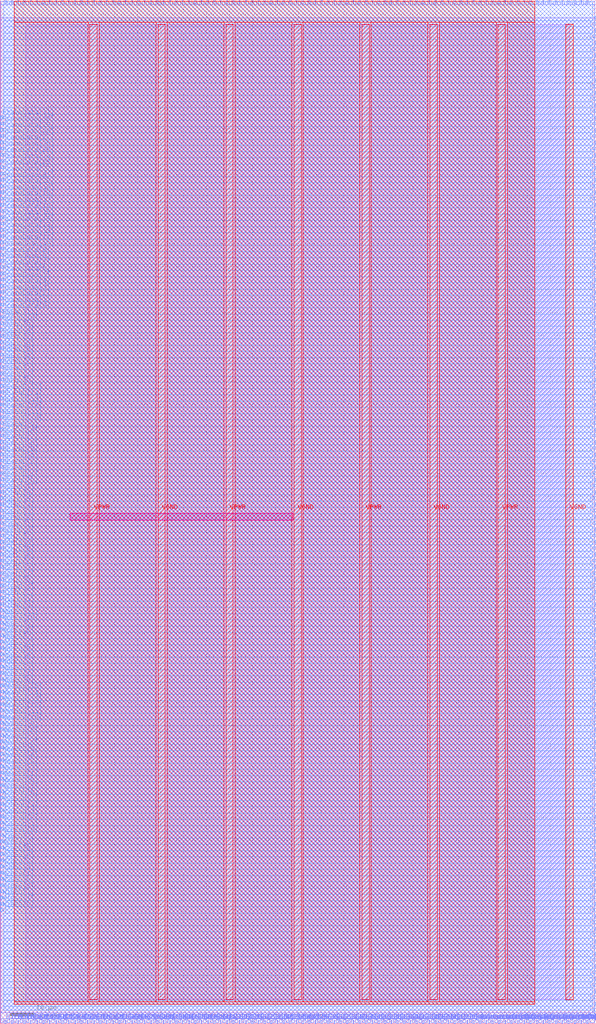
<source format=lef>
VERSION 5.7 ;
  NOWIREEXTENSIONATPIN ON ;
  DIVIDERCHAR "/" ;
  BUSBITCHARS "[]" ;
MACRO RAM_IO
  CLASS BLOCK ;
  FOREIGN RAM_IO ;
  ORIGIN 0.000 0.000 ;
  SIZE 130.000 BY 223.115 ;
  PIN Config_accessC_bit0
    DIRECTION OUTPUT TRISTATE ;
    USE SIGNAL ;
    ANTENNADIFFAREA 0.795200 ;
    PORT
      LAYER met3 ;
        RECT 129.200 46.280 130.000 46.880 ;
    END
  END Config_accessC_bit0
  PIN Config_accessC_bit1
    DIRECTION OUTPUT TRISTATE ;
    USE SIGNAL ;
    ANTENNADIFFAREA 0.795200 ;
    PORT
      LAYER met3 ;
        RECT 129.200 49.000 130.000 49.600 ;
    END
  END Config_accessC_bit1
  PIN Config_accessC_bit2
    DIRECTION OUTPUT TRISTATE ;
    USE SIGNAL ;
    ANTENNADIFFAREA 0.795200 ;
    PORT
      LAYER met3 ;
        RECT 129.200 51.720 130.000 52.320 ;
    END
  END Config_accessC_bit2
  PIN Config_accessC_bit3
    DIRECTION OUTPUT TRISTATE ;
    USE SIGNAL ;
    ANTENNADIFFAREA 0.795200 ;
    PORT
      LAYER met3 ;
        RECT 129.200 54.440 130.000 55.040 ;
    END
  END Config_accessC_bit3
  PIN E1END[0]
    DIRECTION INPUT ;
    USE SIGNAL ;
    ANTENNAGATEAREA 0.213000 ;
    PORT
      LAYER met3 ;
        RECT 0.000 89.800 0.800 90.400 ;
    END
  END E1END[0]
  PIN E1END[1]
    DIRECTION INPUT ;
    USE SIGNAL ;
    ANTENNAGATEAREA 0.213000 ;
    PORT
      LAYER met3 ;
        RECT 0.000 91.160 0.800 91.760 ;
    END
  END E1END[1]
  PIN E1END[2]
    DIRECTION INPUT ;
    USE SIGNAL ;
    ANTENNAGATEAREA 0.159000 ;
    PORT
      LAYER met3 ;
        RECT 0.000 92.520 0.800 93.120 ;
    END
  END E1END[2]
  PIN E1END[3]
    DIRECTION INPUT ;
    USE SIGNAL ;
    ANTENNAGATEAREA 0.159000 ;
    PORT
      LAYER met3 ;
        RECT 0.000 93.880 0.800 94.480 ;
    END
  END E1END[3]
  PIN E2END[0]
    DIRECTION INPUT ;
    USE SIGNAL ;
    ANTENNAGATEAREA 0.196500 ;
    PORT
      LAYER met3 ;
        RECT 0.000 106.120 0.800 106.720 ;
    END
  END E2END[0]
  PIN E2END[1]
    DIRECTION INPUT ;
    USE SIGNAL ;
    ANTENNAGATEAREA 0.196500 ;
    PORT
      LAYER met3 ;
        RECT 0.000 107.480 0.800 108.080 ;
    END
  END E2END[1]
  PIN E2END[2]
    DIRECTION INPUT ;
    USE SIGNAL ;
    ANTENNAGATEAREA 0.196500 ;
    PORT
      LAYER met3 ;
        RECT 0.000 108.840 0.800 109.440 ;
    END
  END E2END[2]
  PIN E2END[3]
    DIRECTION INPUT ;
    USE SIGNAL ;
    ANTENNAGATEAREA 0.196500 ;
    PORT
      LAYER met3 ;
        RECT 0.000 110.200 0.800 110.800 ;
    END
  END E2END[3]
  PIN E2END[4]
    DIRECTION INPUT ;
    USE SIGNAL ;
    ANTENNAGATEAREA 0.126000 ;
    PORT
      LAYER met3 ;
        RECT 0.000 111.560 0.800 112.160 ;
    END
  END E2END[4]
  PIN E2END[5]
    DIRECTION INPUT ;
    USE SIGNAL ;
    ANTENNAGATEAREA 0.196500 ;
    PORT
      LAYER met3 ;
        RECT 0.000 112.920 0.800 113.520 ;
    END
  END E2END[5]
  PIN E2END[6]
    DIRECTION INPUT ;
    USE SIGNAL ;
    ANTENNAGATEAREA 0.196500 ;
    PORT
      LAYER met3 ;
        RECT 0.000 114.280 0.800 114.880 ;
    END
  END E2END[6]
  PIN E2END[7]
    DIRECTION INPUT ;
    USE SIGNAL ;
    ANTENNAGATEAREA 0.196500 ;
    PORT
      LAYER met3 ;
        RECT 0.000 115.640 0.800 116.240 ;
    END
  END E2END[7]
  PIN E2MID[0]
    DIRECTION INPUT ;
    USE SIGNAL ;
    ANTENNAGATEAREA 0.196500 ;
    PORT
      LAYER met3 ;
        RECT 0.000 95.240 0.800 95.840 ;
    END
  END E2MID[0]
  PIN E2MID[1]
    DIRECTION INPUT ;
    USE SIGNAL ;
    ANTENNAGATEAREA 0.126000 ;
    PORT
      LAYER met3 ;
        RECT 0.000 96.600 0.800 97.200 ;
    END
  END E2MID[1]
  PIN E2MID[2]
    DIRECTION INPUT ;
    USE SIGNAL ;
    ANTENNAGATEAREA 0.196500 ;
    PORT
      LAYER met3 ;
        RECT 0.000 97.960 0.800 98.560 ;
    END
  END E2MID[2]
  PIN E2MID[3]
    DIRECTION INPUT ;
    USE SIGNAL ;
    ANTENNAGATEAREA 0.196500 ;
    PORT
      LAYER met3 ;
        RECT 0.000 99.320 0.800 99.920 ;
    END
  END E2MID[3]
  PIN E2MID[4]
    DIRECTION INPUT ;
    USE SIGNAL ;
    ANTENNAGATEAREA 0.213000 ;
    PORT
      LAYER met3 ;
        RECT 0.000 100.680 0.800 101.280 ;
    END
  END E2MID[4]
  PIN E2MID[5]
    DIRECTION INPUT ;
    USE SIGNAL ;
    ANTENNAGATEAREA 0.126000 ;
    PORT
      LAYER met3 ;
        RECT 0.000 102.040 0.800 102.640 ;
    END
  END E2MID[5]
  PIN E2MID[6]
    DIRECTION INPUT ;
    USE SIGNAL ;
    ANTENNAGATEAREA 0.196500 ;
    PORT
      LAYER met3 ;
        RECT 0.000 103.400 0.800 104.000 ;
    END
  END E2MID[6]
  PIN E2MID[7]
    DIRECTION INPUT ;
    USE SIGNAL ;
    ANTENNAGATEAREA 0.196500 ;
    PORT
      LAYER met3 ;
        RECT 0.000 104.760 0.800 105.360 ;
    END
  END E2MID[7]
  PIN E6END[0]
    DIRECTION INPUT ;
    USE SIGNAL ;
    ANTENNAGATEAREA 0.213000 ;
    PORT
      LAYER met3 ;
        RECT 0.000 138.760 0.800 139.360 ;
    END
  END E6END[0]
  PIN E6END[10]
    DIRECTION INPUT ;
    USE SIGNAL ;
    ANTENNAGATEAREA 0.196500 ;
    PORT
      LAYER met3 ;
        RECT 0.000 152.360 0.800 152.960 ;
    END
  END E6END[10]
  PIN E6END[11]
    DIRECTION INPUT ;
    USE SIGNAL ;
    ANTENNAGATEAREA 0.126000 ;
    PORT
      LAYER met3 ;
        RECT 0.000 153.720 0.800 154.320 ;
    END
  END E6END[11]
  PIN E6END[1]
    DIRECTION INPUT ;
    USE SIGNAL ;
    ANTENNAGATEAREA 0.126000 ;
    PORT
      LAYER met3 ;
        RECT 0.000 140.120 0.800 140.720 ;
    END
  END E6END[1]
  PIN E6END[2]
    DIRECTION INPUT ;
    USE SIGNAL ;
    ANTENNAGATEAREA 0.213000 ;
    PORT
      LAYER met3 ;
        RECT 0.000 141.480 0.800 142.080 ;
    END
  END E6END[2]
  PIN E6END[3]
    DIRECTION INPUT ;
    USE SIGNAL ;
    ANTENNAGATEAREA 0.159000 ;
    PORT
      LAYER met3 ;
        RECT 0.000 142.840 0.800 143.440 ;
    END
  END E6END[3]
  PIN E6END[4]
    DIRECTION INPUT ;
    USE SIGNAL ;
    ANTENNAGATEAREA 0.196500 ;
    PORT
      LAYER met3 ;
        RECT 0.000 144.200 0.800 144.800 ;
    END
  END E6END[4]
  PIN E6END[5]
    DIRECTION INPUT ;
    USE SIGNAL ;
    ANTENNAGATEAREA 0.196500 ;
    PORT
      LAYER met3 ;
        RECT 0.000 145.560 0.800 146.160 ;
    END
  END E6END[5]
  PIN E6END[6]
    DIRECTION INPUT ;
    USE SIGNAL ;
    ANTENNAGATEAREA 0.126000 ;
    PORT
      LAYER met3 ;
        RECT 0.000 146.920 0.800 147.520 ;
    END
  END E6END[6]
  PIN E6END[7]
    DIRECTION INPUT ;
    USE SIGNAL ;
    ANTENNAGATEAREA 0.213000 ;
    PORT
      LAYER met3 ;
        RECT 0.000 148.280 0.800 148.880 ;
    END
  END E6END[7]
  PIN E6END[8]
    DIRECTION INPUT ;
    USE SIGNAL ;
    ANTENNAGATEAREA 0.213000 ;
    PORT
      LAYER met3 ;
        RECT 0.000 149.640 0.800 150.240 ;
    END
  END E6END[8]
  PIN E6END[9]
    DIRECTION INPUT ;
    USE SIGNAL ;
    ANTENNAGATEAREA 0.196500 ;
    PORT
      LAYER met3 ;
        RECT 0.000 151.000 0.800 151.600 ;
    END
  END E6END[9]
  PIN EE4END[0]
    DIRECTION INPUT ;
    USE SIGNAL ;
    ANTENNAGATEAREA 0.196500 ;
    PORT
      LAYER met3 ;
        RECT 0.000 117.000 0.800 117.600 ;
    END
  END EE4END[0]
  PIN EE4END[10]
    DIRECTION INPUT ;
    USE SIGNAL ;
    ANTENNAGATEAREA 0.196500 ;
    PORT
      LAYER met3 ;
        RECT 0.000 130.600 0.800 131.200 ;
    END
  END EE4END[10]
  PIN EE4END[11]
    DIRECTION INPUT ;
    USE SIGNAL ;
    ANTENNAGATEAREA 0.196500 ;
    PORT
      LAYER met3 ;
        RECT 0.000 131.960 0.800 132.560 ;
    END
  END EE4END[11]
  PIN EE4END[12]
    DIRECTION INPUT ;
    USE SIGNAL ;
    ANTENNAGATEAREA 0.196500 ;
    PORT
      LAYER met3 ;
        RECT 0.000 133.320 0.800 133.920 ;
    END
  END EE4END[12]
  PIN EE4END[13]
    DIRECTION INPUT ;
    USE SIGNAL ;
    ANTENNAGATEAREA 0.196500 ;
    PORT
      LAYER met3 ;
        RECT 0.000 134.680 0.800 135.280 ;
    END
  END EE4END[13]
  PIN EE4END[14]
    DIRECTION INPUT ;
    USE SIGNAL ;
    ANTENNAGATEAREA 0.196500 ;
    PORT
      LAYER met3 ;
        RECT 0.000 136.040 0.800 136.640 ;
    END
  END EE4END[14]
  PIN EE4END[15]
    DIRECTION INPUT ;
    USE SIGNAL ;
    ANTENNAGATEAREA 0.196500 ;
    PORT
      LAYER met3 ;
        RECT 0.000 137.400 0.800 138.000 ;
    END
  END EE4END[15]
  PIN EE4END[1]
    DIRECTION INPUT ;
    USE SIGNAL ;
    ANTENNAGATEAREA 0.196500 ;
    PORT
      LAYER met3 ;
        RECT 0.000 118.360 0.800 118.960 ;
    END
  END EE4END[1]
  PIN EE4END[2]
    DIRECTION INPUT ;
    USE SIGNAL ;
    ANTENNAGATEAREA 0.196500 ;
    PORT
      LAYER met3 ;
        RECT 0.000 119.720 0.800 120.320 ;
    END
  END EE4END[2]
  PIN EE4END[3]
    DIRECTION INPUT ;
    USE SIGNAL ;
    ANTENNAGATEAREA 0.196500 ;
    PORT
      LAYER met3 ;
        RECT 0.000 121.080 0.800 121.680 ;
    END
  END EE4END[3]
  PIN EE4END[4]
    DIRECTION INPUT ;
    USE SIGNAL ;
    ANTENNAGATEAREA 0.196500 ;
    PORT
      LAYER met3 ;
        RECT 0.000 122.440 0.800 123.040 ;
    END
  END EE4END[4]
  PIN EE4END[5]
    DIRECTION INPUT ;
    USE SIGNAL ;
    ANTENNAGATEAREA 0.196500 ;
    PORT
      LAYER met3 ;
        RECT 0.000 123.800 0.800 124.400 ;
    END
  END EE4END[5]
  PIN EE4END[6]
    DIRECTION INPUT ;
    USE SIGNAL ;
    ANTENNAGATEAREA 0.196500 ;
    PORT
      LAYER met3 ;
        RECT 0.000 125.160 0.800 125.760 ;
    END
  END EE4END[6]
  PIN EE4END[7]
    DIRECTION INPUT ;
    USE SIGNAL ;
    ANTENNAGATEAREA 0.196500 ;
    PORT
      LAYER met3 ;
        RECT 0.000 126.520 0.800 127.120 ;
    END
  END EE4END[7]
  PIN EE4END[8]
    DIRECTION INPUT ;
    USE SIGNAL ;
    ANTENNAGATEAREA 0.196500 ;
    PORT
      LAYER met3 ;
        RECT 0.000 127.880 0.800 128.480 ;
    END
  END EE4END[8]
  PIN EE4END[9]
    DIRECTION INPUT ;
    USE SIGNAL ;
    ANTENNAGATEAREA 0.196500 ;
    PORT
      LAYER met3 ;
        RECT 0.000 129.240 0.800 129.840 ;
    END
  END EE4END[9]
  PIN FAB2RAM_A0_O0
    DIRECTION OUTPUT TRISTATE ;
    USE SIGNAL ;
    ANTENNADIFFAREA 0.445500 ;
    PORT
      LAYER met3 ;
        RECT 129.200 78.920 130.000 79.520 ;
    END
  END FAB2RAM_A0_O0
  PIN FAB2RAM_A0_O1
    DIRECTION OUTPUT TRISTATE ;
    USE SIGNAL ;
    ANTENNADIFFAREA 0.795200 ;
    PORT
      LAYER met3 ;
        RECT 129.200 81.640 130.000 82.240 ;
    END
  END FAB2RAM_A0_O1
  PIN FAB2RAM_A0_O2
    DIRECTION OUTPUT TRISTATE ;
    USE SIGNAL ;
    ANTENNADIFFAREA 0.795200 ;
    PORT
      LAYER met3 ;
        RECT 129.200 84.360 130.000 84.960 ;
    END
  END FAB2RAM_A0_O2
  PIN FAB2RAM_A0_O3
    DIRECTION OUTPUT TRISTATE ;
    USE SIGNAL ;
    ANTENNADIFFAREA 0.445500 ;
    PORT
      LAYER met3 ;
        RECT 129.200 87.080 130.000 87.680 ;
    END
  END FAB2RAM_A0_O3
  PIN FAB2RAM_A1_O0
    DIRECTION OUTPUT TRISTATE ;
    USE SIGNAL ;
    ANTENNADIFFAREA 0.795200 ;
    PORT
      LAYER met3 ;
        RECT 129.200 68.040 130.000 68.640 ;
    END
  END FAB2RAM_A1_O0
  PIN FAB2RAM_A1_O1
    DIRECTION OUTPUT TRISTATE ;
    USE SIGNAL ;
    ANTENNADIFFAREA 0.445500 ;
    PORT
      LAYER met3 ;
        RECT 129.200 70.760 130.000 71.360 ;
    END
  END FAB2RAM_A1_O1
  PIN FAB2RAM_A1_O2
    DIRECTION OUTPUT TRISTATE ;
    USE SIGNAL ;
    ANTENNADIFFAREA 0.795200 ;
    PORT
      LAYER met3 ;
        RECT 129.200 73.480 130.000 74.080 ;
    END
  END FAB2RAM_A1_O2
  PIN FAB2RAM_A1_O3
    DIRECTION OUTPUT TRISTATE ;
    USE SIGNAL ;
    ANTENNADIFFAREA 0.795200 ;
    PORT
      LAYER met3 ;
        RECT 129.200 76.200 130.000 76.800 ;
    END
  END FAB2RAM_A1_O3
  PIN FAB2RAM_C_O0
    DIRECTION OUTPUT TRISTATE ;
    USE SIGNAL ;
    ANTENNADIFFAREA 0.445500 ;
    PORT
      LAYER met3 ;
        RECT 129.200 57.160 130.000 57.760 ;
    END
  END FAB2RAM_C_O0
  PIN FAB2RAM_C_O1
    DIRECTION OUTPUT TRISTATE ;
    USE SIGNAL ;
    ANTENNADIFFAREA 0.445500 ;
    PORT
      LAYER met3 ;
        RECT 129.200 59.880 130.000 60.480 ;
    END
  END FAB2RAM_C_O1
  PIN FAB2RAM_C_O2
    DIRECTION OUTPUT TRISTATE ;
    USE SIGNAL ;
    ANTENNADIFFAREA 0.795200 ;
    PORT
      LAYER met3 ;
        RECT 129.200 62.600 130.000 63.200 ;
    END
  END FAB2RAM_C_O2
  PIN FAB2RAM_C_O3
    DIRECTION OUTPUT TRISTATE ;
    USE SIGNAL ;
    ANTENNADIFFAREA 0.445500 ;
    PORT
      LAYER met3 ;
        RECT 129.200 65.320 130.000 65.920 ;
    END
  END FAB2RAM_C_O3
  PIN FAB2RAM_D0_O0
    DIRECTION OUTPUT TRISTATE ;
    USE SIGNAL ;
    ANTENNADIFFAREA 0.795200 ;
    PORT
      LAYER met3 ;
        RECT 129.200 122.440 130.000 123.040 ;
    END
  END FAB2RAM_D0_O0
  PIN FAB2RAM_D0_O1
    DIRECTION OUTPUT TRISTATE ;
    USE SIGNAL ;
    ANTENNADIFFAREA 0.795200 ;
    PORT
      LAYER met3 ;
        RECT 129.200 125.160 130.000 125.760 ;
    END
  END FAB2RAM_D0_O1
  PIN FAB2RAM_D0_O2
    DIRECTION OUTPUT TRISTATE ;
    USE SIGNAL ;
    ANTENNADIFFAREA 0.795200 ;
    PORT
      LAYER met3 ;
        RECT 129.200 127.880 130.000 128.480 ;
    END
  END FAB2RAM_D0_O2
  PIN FAB2RAM_D0_O3
    DIRECTION OUTPUT TRISTATE ;
    USE SIGNAL ;
    ANTENNADIFFAREA 0.795200 ;
    PORT
      LAYER met3 ;
        RECT 129.200 130.600 130.000 131.200 ;
    END
  END FAB2RAM_D0_O3
  PIN FAB2RAM_D1_O0
    DIRECTION OUTPUT TRISTATE ;
    USE SIGNAL ;
    ANTENNADIFFAREA 0.795200 ;
    PORT
      LAYER met3 ;
        RECT 129.200 111.560 130.000 112.160 ;
    END
  END FAB2RAM_D1_O0
  PIN FAB2RAM_D1_O1
    DIRECTION OUTPUT TRISTATE ;
    USE SIGNAL ;
    ANTENNADIFFAREA 0.445500 ;
    PORT
      LAYER met3 ;
        RECT 129.200 114.280 130.000 114.880 ;
    END
  END FAB2RAM_D1_O1
  PIN FAB2RAM_D1_O2
    DIRECTION OUTPUT TRISTATE ;
    USE SIGNAL ;
    ANTENNADIFFAREA 0.795200 ;
    PORT
      LAYER met3 ;
        RECT 129.200 117.000 130.000 117.600 ;
    END
  END FAB2RAM_D1_O2
  PIN FAB2RAM_D1_O3
    DIRECTION OUTPUT TRISTATE ;
    USE SIGNAL ;
    ANTENNADIFFAREA 0.445500 ;
    PORT
      LAYER met3 ;
        RECT 129.200 119.720 130.000 120.320 ;
    END
  END FAB2RAM_D1_O3
  PIN FAB2RAM_D2_O0
    DIRECTION OUTPUT TRISTATE ;
    USE SIGNAL ;
    ANTENNADIFFAREA 0.795200 ;
    PORT
      LAYER met3 ;
        RECT 129.200 100.680 130.000 101.280 ;
    END
  END FAB2RAM_D2_O0
  PIN FAB2RAM_D2_O1
    DIRECTION OUTPUT TRISTATE ;
    USE SIGNAL ;
    ANTENNADIFFAREA 0.795200 ;
    PORT
      LAYER met3 ;
        RECT 129.200 103.400 130.000 104.000 ;
    END
  END FAB2RAM_D2_O1
  PIN FAB2RAM_D2_O2
    DIRECTION OUTPUT TRISTATE ;
    USE SIGNAL ;
    ANTENNADIFFAREA 0.445500 ;
    PORT
      LAYER met3 ;
        RECT 129.200 106.120 130.000 106.720 ;
    END
  END FAB2RAM_D2_O2
  PIN FAB2RAM_D2_O3
    DIRECTION OUTPUT TRISTATE ;
    USE SIGNAL ;
    ANTENNADIFFAREA 0.795200 ;
    PORT
      LAYER met3 ;
        RECT 129.200 108.840 130.000 109.440 ;
    END
  END FAB2RAM_D2_O3
  PIN FAB2RAM_D3_O0
    DIRECTION OUTPUT TRISTATE ;
    USE SIGNAL ;
    ANTENNADIFFAREA 0.795200 ;
    PORT
      LAYER met3 ;
        RECT 129.200 89.800 130.000 90.400 ;
    END
  END FAB2RAM_D3_O0
  PIN FAB2RAM_D3_O1
    DIRECTION OUTPUT TRISTATE ;
    USE SIGNAL ;
    ANTENNADIFFAREA 0.445500 ;
    PORT
      LAYER met3 ;
        RECT 129.200 92.520 130.000 93.120 ;
    END
  END FAB2RAM_D3_O1
  PIN FAB2RAM_D3_O2
    DIRECTION OUTPUT TRISTATE ;
    USE SIGNAL ;
    ANTENNADIFFAREA 0.795200 ;
    PORT
      LAYER met3 ;
        RECT 129.200 95.240 130.000 95.840 ;
    END
  END FAB2RAM_D3_O2
  PIN FAB2RAM_D3_O3
    DIRECTION OUTPUT TRISTATE ;
    USE SIGNAL ;
    ANTENNADIFFAREA 0.795200 ;
    PORT
      LAYER met3 ;
        RECT 129.200 97.960 130.000 98.560 ;
    END
  END FAB2RAM_D3_O3
  PIN FrameData[0]
    DIRECTION INPUT ;
    USE SIGNAL ;
    ANTENNAGATEAREA 0.247500 ;
    PORT
      LAYER met3 ;
        RECT 0.000 155.080 0.800 155.680 ;
    END
  END FrameData[0]
  PIN FrameData[10]
    DIRECTION INPUT ;
    USE SIGNAL ;
    ANTENNAGATEAREA 0.247500 ;
    PORT
      LAYER met3 ;
        RECT 0.000 168.680 0.800 169.280 ;
    END
  END FrameData[10]
  PIN FrameData[11]
    DIRECTION INPUT ;
    USE SIGNAL ;
    ANTENNAGATEAREA 0.247500 ;
    PORT
      LAYER met3 ;
        RECT 0.000 170.040 0.800 170.640 ;
    END
  END FrameData[11]
  PIN FrameData[12]
    DIRECTION INPUT ;
    USE SIGNAL ;
    ANTENNAGATEAREA 0.247500 ;
    PORT
      LAYER met3 ;
        RECT 0.000 171.400 0.800 172.000 ;
    END
  END FrameData[12]
  PIN FrameData[13]
    DIRECTION INPUT ;
    USE SIGNAL ;
    ANTENNAGATEAREA 0.247500 ;
    PORT
      LAYER met3 ;
        RECT 0.000 172.760 0.800 173.360 ;
    END
  END FrameData[13]
  PIN FrameData[14]
    DIRECTION INPUT ;
    USE SIGNAL ;
    ANTENNAGATEAREA 0.247500 ;
    PORT
      LAYER met3 ;
        RECT 0.000 174.120 0.800 174.720 ;
    END
  END FrameData[14]
  PIN FrameData[15]
    DIRECTION INPUT ;
    USE SIGNAL ;
    ANTENNAGATEAREA 0.247500 ;
    PORT
      LAYER met3 ;
        RECT 0.000 175.480 0.800 176.080 ;
    END
  END FrameData[15]
  PIN FrameData[16]
    DIRECTION INPUT ;
    USE SIGNAL ;
    ANTENNAGATEAREA 0.247500 ;
    PORT
      LAYER met3 ;
        RECT 0.000 176.840 0.800 177.440 ;
    END
  END FrameData[16]
  PIN FrameData[17]
    DIRECTION INPUT ;
    USE SIGNAL ;
    ANTENNAGATEAREA 0.247500 ;
    PORT
      LAYER met3 ;
        RECT 0.000 178.200 0.800 178.800 ;
    END
  END FrameData[17]
  PIN FrameData[18]
    DIRECTION INPUT ;
    USE SIGNAL ;
    ANTENNAGATEAREA 0.213000 ;
    PORT
      LAYER met3 ;
        RECT 0.000 179.560 0.800 180.160 ;
    END
  END FrameData[18]
  PIN FrameData[19]
    DIRECTION INPUT ;
    USE SIGNAL ;
    ANTENNAGATEAREA 0.213000 ;
    PORT
      LAYER met3 ;
        RECT 0.000 180.920 0.800 181.520 ;
    END
  END FrameData[19]
  PIN FrameData[1]
    DIRECTION INPUT ;
    USE SIGNAL ;
    ANTENNAGATEAREA 0.247500 ;
    PORT
      LAYER met3 ;
        RECT 0.000 156.440 0.800 157.040 ;
    END
  END FrameData[1]
  PIN FrameData[20]
    DIRECTION INPUT ;
    USE SIGNAL ;
    ANTENNAGATEAREA 0.247500 ;
    PORT
      LAYER met3 ;
        RECT 0.000 182.280 0.800 182.880 ;
    END
  END FrameData[20]
  PIN FrameData[21]
    DIRECTION INPUT ;
    USE SIGNAL ;
    ANTENNAGATEAREA 0.247500 ;
    PORT
      LAYER met3 ;
        RECT 0.000 183.640 0.800 184.240 ;
    END
  END FrameData[21]
  PIN FrameData[22]
    DIRECTION INPUT ;
    USE SIGNAL ;
    ANTENNAGATEAREA 0.247500 ;
    PORT
      LAYER met3 ;
        RECT 0.000 185.000 0.800 185.600 ;
    END
  END FrameData[22]
  PIN FrameData[23]
    DIRECTION INPUT ;
    USE SIGNAL ;
    ANTENNAGATEAREA 0.247500 ;
    PORT
      LAYER met3 ;
        RECT 0.000 186.360 0.800 186.960 ;
    END
  END FrameData[23]
  PIN FrameData[24]
    DIRECTION INPUT ;
    USE SIGNAL ;
    ANTENNAGATEAREA 0.247500 ;
    PORT
      LAYER met3 ;
        RECT 0.000 187.720 0.800 188.320 ;
    END
  END FrameData[24]
  PIN FrameData[25]
    DIRECTION INPUT ;
    USE SIGNAL ;
    ANTENNAGATEAREA 0.426000 ;
    PORT
      LAYER met3 ;
        RECT 0.000 189.080 0.800 189.680 ;
    END
  END FrameData[25]
  PIN FrameData[26]
    DIRECTION INPUT ;
    USE SIGNAL ;
    ANTENNAGATEAREA 0.426000 ;
    PORT
      LAYER met3 ;
        RECT 0.000 190.440 0.800 191.040 ;
    END
  END FrameData[26]
  PIN FrameData[27]
    DIRECTION INPUT ;
    USE SIGNAL ;
    ANTENNAGATEAREA 0.426000 ;
    PORT
      LAYER met3 ;
        RECT 0.000 191.800 0.800 192.400 ;
    END
  END FrameData[27]
  PIN FrameData[28]
    DIRECTION INPUT ;
    USE SIGNAL ;
    ANTENNAGATEAREA 0.247500 ;
    PORT
      LAYER met3 ;
        RECT 0.000 193.160 0.800 193.760 ;
    END
  END FrameData[28]
  PIN FrameData[29]
    DIRECTION INPUT ;
    USE SIGNAL ;
    ANTENNAGATEAREA 0.426000 ;
    PORT
      LAYER met3 ;
        RECT 0.000 194.520 0.800 195.120 ;
    END
  END FrameData[29]
  PIN FrameData[2]
    DIRECTION INPUT ;
    USE SIGNAL ;
    ANTENNAGATEAREA 0.247500 ;
    PORT
      LAYER met3 ;
        RECT 0.000 157.800 0.800 158.400 ;
    END
  END FrameData[2]
  PIN FrameData[30]
    DIRECTION INPUT ;
    USE SIGNAL ;
    ANTENNAGATEAREA 0.426000 ;
    PORT
      LAYER met3 ;
        RECT 0.000 195.880 0.800 196.480 ;
    END
  END FrameData[30]
  PIN FrameData[31]
    DIRECTION INPUT ;
    USE SIGNAL ;
    ANTENNAGATEAREA 0.426000 ;
    PORT
      LAYER met3 ;
        RECT 0.000 197.240 0.800 197.840 ;
    END
  END FrameData[31]
  PIN FrameData[3]
    DIRECTION INPUT ;
    USE SIGNAL ;
    ANTENNAGATEAREA 0.247500 ;
    PORT
      LAYER met3 ;
        RECT 0.000 159.160 0.800 159.760 ;
    END
  END FrameData[3]
  PIN FrameData[4]
    DIRECTION INPUT ;
    USE SIGNAL ;
    ANTENNAGATEAREA 0.247500 ;
    PORT
      LAYER met3 ;
        RECT 0.000 160.520 0.800 161.120 ;
    END
  END FrameData[4]
  PIN FrameData[5]
    DIRECTION INPUT ;
    USE SIGNAL ;
    ANTENNAGATEAREA 0.426000 ;
    PORT
      LAYER met3 ;
        RECT 0.000 161.880 0.800 162.480 ;
    END
  END FrameData[5]
  PIN FrameData[6]
    DIRECTION INPUT ;
    USE SIGNAL ;
    ANTENNAGATEAREA 0.247500 ;
    PORT
      LAYER met3 ;
        RECT 0.000 163.240 0.800 163.840 ;
    END
  END FrameData[6]
  PIN FrameData[7]
    DIRECTION INPUT ;
    USE SIGNAL ;
    ANTENNAGATEAREA 0.426000 ;
    PORT
      LAYER met3 ;
        RECT 0.000 164.600 0.800 165.200 ;
    END
  END FrameData[7]
  PIN FrameData[8]
    DIRECTION INPUT ;
    USE SIGNAL ;
    ANTENNAGATEAREA 0.247500 ;
    PORT
      LAYER met3 ;
        RECT 0.000 165.960 0.800 166.560 ;
    END
  END FrameData[8]
  PIN FrameData[9]
    DIRECTION INPUT ;
    USE SIGNAL ;
    ANTENNAGATEAREA 0.247500 ;
    PORT
      LAYER met3 ;
        RECT 0.000 167.320 0.800 167.920 ;
    END
  END FrameData[9]
  PIN FrameData_O[0]
    DIRECTION OUTPUT TRISTATE ;
    USE SIGNAL ;
    ANTENNADIFFAREA 0.445500 ;
    PORT
      LAYER met3 ;
        RECT 129.200 133.320 130.000 133.920 ;
    END
  END FrameData_O[0]
  PIN FrameData_O[10]
    DIRECTION OUTPUT TRISTATE ;
    USE SIGNAL ;
    ANTENNADIFFAREA 0.445500 ;
    PORT
      LAYER met3 ;
        RECT 129.200 160.520 130.000 161.120 ;
    END
  END FrameData_O[10]
  PIN FrameData_O[11]
    DIRECTION OUTPUT TRISTATE ;
    USE SIGNAL ;
    ANTENNADIFFAREA 0.445500 ;
    PORT
      LAYER met3 ;
        RECT 129.200 163.240 130.000 163.840 ;
    END
  END FrameData_O[11]
  PIN FrameData_O[12]
    DIRECTION OUTPUT TRISTATE ;
    USE SIGNAL ;
    ANTENNADIFFAREA 0.795200 ;
    PORT
      LAYER met3 ;
        RECT 129.200 165.960 130.000 166.560 ;
    END
  END FrameData_O[12]
  PIN FrameData_O[13]
    DIRECTION OUTPUT TRISTATE ;
    USE SIGNAL ;
    ANTENNADIFFAREA 0.445500 ;
    PORT
      LAYER met3 ;
        RECT 129.200 168.680 130.000 169.280 ;
    END
  END FrameData_O[13]
  PIN FrameData_O[14]
    DIRECTION OUTPUT TRISTATE ;
    USE SIGNAL ;
    ANTENNADIFFAREA 0.795200 ;
    PORT
      LAYER met3 ;
        RECT 129.200 171.400 130.000 172.000 ;
    END
  END FrameData_O[14]
  PIN FrameData_O[15]
    DIRECTION OUTPUT TRISTATE ;
    USE SIGNAL ;
    ANTENNADIFFAREA 0.445500 ;
    PORT
      LAYER met3 ;
        RECT 129.200 174.120 130.000 174.720 ;
    END
  END FrameData_O[15]
  PIN FrameData_O[16]
    DIRECTION OUTPUT TRISTATE ;
    USE SIGNAL ;
    ANTENNADIFFAREA 0.795200 ;
    PORT
      LAYER met3 ;
        RECT 129.200 176.840 130.000 177.440 ;
    END
  END FrameData_O[16]
  PIN FrameData_O[17]
    DIRECTION OUTPUT TRISTATE ;
    USE SIGNAL ;
    ANTENNADIFFAREA 0.795200 ;
    PORT
      LAYER met3 ;
        RECT 129.200 179.560 130.000 180.160 ;
    END
  END FrameData_O[17]
  PIN FrameData_O[18]
    DIRECTION OUTPUT TRISTATE ;
    USE SIGNAL ;
    ANTENNADIFFAREA 0.445500 ;
    PORT
      LAYER met3 ;
        RECT 129.200 182.280 130.000 182.880 ;
    END
  END FrameData_O[18]
  PIN FrameData_O[19]
    DIRECTION OUTPUT TRISTATE ;
    USE SIGNAL ;
    ANTENNADIFFAREA 0.795200 ;
    PORT
      LAYER met3 ;
        RECT 129.200 185.000 130.000 185.600 ;
    END
  END FrameData_O[19]
  PIN FrameData_O[1]
    DIRECTION OUTPUT TRISTATE ;
    USE SIGNAL ;
    ANTENNADIFFAREA 0.445500 ;
    PORT
      LAYER met3 ;
        RECT 129.200 136.040 130.000 136.640 ;
    END
  END FrameData_O[1]
  PIN FrameData_O[20]
    DIRECTION OUTPUT TRISTATE ;
    USE SIGNAL ;
    ANTENNADIFFAREA 0.445500 ;
    PORT
      LAYER met3 ;
        RECT 129.200 187.720 130.000 188.320 ;
    END
  END FrameData_O[20]
  PIN FrameData_O[21]
    DIRECTION OUTPUT TRISTATE ;
    USE SIGNAL ;
    ANTENNADIFFAREA 0.445500 ;
    PORT
      LAYER met3 ;
        RECT 129.200 190.440 130.000 191.040 ;
    END
  END FrameData_O[21]
  PIN FrameData_O[22]
    DIRECTION OUTPUT TRISTATE ;
    USE SIGNAL ;
    ANTENNADIFFAREA 0.795200 ;
    PORT
      LAYER met3 ;
        RECT 129.200 193.160 130.000 193.760 ;
    END
  END FrameData_O[22]
  PIN FrameData_O[23]
    DIRECTION OUTPUT TRISTATE ;
    USE SIGNAL ;
    ANTENNADIFFAREA 0.445500 ;
    PORT
      LAYER met3 ;
        RECT 129.200 195.880 130.000 196.480 ;
    END
  END FrameData_O[23]
  PIN FrameData_O[24]
    DIRECTION OUTPUT TRISTATE ;
    USE SIGNAL ;
    ANTENNADIFFAREA 0.795200 ;
    PORT
      LAYER met3 ;
        RECT 129.200 198.600 130.000 199.200 ;
    END
  END FrameData_O[24]
  PIN FrameData_O[25]
    DIRECTION OUTPUT TRISTATE ;
    USE SIGNAL ;
    ANTENNADIFFAREA 0.795200 ;
    PORT
      LAYER met3 ;
        RECT 129.200 201.320 130.000 201.920 ;
    END
  END FrameData_O[25]
  PIN FrameData_O[26]
    DIRECTION OUTPUT TRISTATE ;
    USE SIGNAL ;
    ANTENNADIFFAREA 0.795200 ;
    PORT
      LAYER met3 ;
        RECT 129.200 204.040 130.000 204.640 ;
    END
  END FrameData_O[26]
  PIN FrameData_O[27]
    DIRECTION OUTPUT TRISTATE ;
    USE SIGNAL ;
    ANTENNADIFFAREA 0.795200 ;
    PORT
      LAYER met3 ;
        RECT 129.200 206.760 130.000 207.360 ;
    END
  END FrameData_O[27]
  PIN FrameData_O[28]
    DIRECTION OUTPUT TRISTATE ;
    USE SIGNAL ;
    ANTENNADIFFAREA 0.445500 ;
    PORT
      LAYER met3 ;
        RECT 129.200 209.480 130.000 210.080 ;
    END
  END FrameData_O[28]
  PIN FrameData_O[29]
    DIRECTION OUTPUT TRISTATE ;
    USE SIGNAL ;
    ANTENNADIFFAREA 0.795200 ;
    PORT
      LAYER met3 ;
        RECT 129.200 212.200 130.000 212.800 ;
    END
  END FrameData_O[29]
  PIN FrameData_O[2]
    DIRECTION OUTPUT TRISTATE ;
    USE SIGNAL ;
    ANTENNADIFFAREA 0.795200 ;
    PORT
      LAYER met3 ;
        RECT 129.200 138.760 130.000 139.360 ;
    END
  END FrameData_O[2]
  PIN FrameData_O[30]
    DIRECTION OUTPUT TRISTATE ;
    USE SIGNAL ;
    ANTENNADIFFAREA 0.795200 ;
    PORT
      LAYER met3 ;
        RECT 129.200 214.920 130.000 215.520 ;
    END
  END FrameData_O[30]
  PIN FrameData_O[31]
    DIRECTION OUTPUT TRISTATE ;
    USE SIGNAL ;
    ANTENNADIFFAREA 0.795200 ;
    PORT
      LAYER met3 ;
        RECT 129.200 217.640 130.000 218.240 ;
    END
  END FrameData_O[31]
  PIN FrameData_O[3]
    DIRECTION OUTPUT TRISTATE ;
    USE SIGNAL ;
    ANTENNADIFFAREA 0.445500 ;
    PORT
      LAYER met3 ;
        RECT 129.200 141.480 130.000 142.080 ;
    END
  END FrameData_O[3]
  PIN FrameData_O[4]
    DIRECTION OUTPUT TRISTATE ;
    USE SIGNAL ;
    ANTENNADIFFAREA 0.795200 ;
    PORT
      LAYER met3 ;
        RECT 129.200 144.200 130.000 144.800 ;
    END
  END FrameData_O[4]
  PIN FrameData_O[5]
    DIRECTION OUTPUT TRISTATE ;
    USE SIGNAL ;
    ANTENNADIFFAREA 0.445500 ;
    PORT
      LAYER met3 ;
        RECT 129.200 146.920 130.000 147.520 ;
    END
  END FrameData_O[5]
  PIN FrameData_O[6]
    DIRECTION OUTPUT TRISTATE ;
    USE SIGNAL ;
    ANTENNADIFFAREA 0.795200 ;
    PORT
      LAYER met3 ;
        RECT 129.200 149.640 130.000 150.240 ;
    END
  END FrameData_O[6]
  PIN FrameData_O[7]
    DIRECTION OUTPUT TRISTATE ;
    USE SIGNAL ;
    ANTENNADIFFAREA 0.795200 ;
    PORT
      LAYER met3 ;
        RECT 129.200 152.360 130.000 152.960 ;
    END
  END FrameData_O[7]
  PIN FrameData_O[8]
    DIRECTION OUTPUT TRISTATE ;
    USE SIGNAL ;
    ANTENNADIFFAREA 0.445500 ;
    PORT
      LAYER met3 ;
        RECT 129.200 155.080 130.000 155.680 ;
    END
  END FrameData_O[8]
  PIN FrameData_O[9]
    DIRECTION OUTPUT TRISTATE ;
    USE SIGNAL ;
    ANTENNADIFFAREA 0.795200 ;
    PORT
      LAYER met3 ;
        RECT 129.200 157.800 130.000 158.400 ;
    END
  END FrameData_O[9]
  PIN FrameStrobe[0]
    DIRECTION INPUT ;
    USE SIGNAL ;
    ANTENNAGATEAREA 0.742500 ;
    PORT
      LAYER met2 ;
        RECT 101.750 0.000 102.030 0.800 ;
    END
  END FrameStrobe[0]
  PIN FrameStrobe[10]
    DIRECTION INPUT ;
    USE SIGNAL ;
    ANTENNAGATEAREA 0.159000 ;
    PORT
      LAYER met2 ;
        RECT 115.550 0.000 115.830 0.800 ;
    END
  END FrameStrobe[10]
  PIN FrameStrobe[11]
    DIRECTION INPUT ;
    USE SIGNAL ;
    ANTENNAGATEAREA 0.196500 ;
    PORT
      LAYER met2 ;
        RECT 116.930 0.000 117.210 0.800 ;
    END
  END FrameStrobe[11]
  PIN FrameStrobe[12]
    DIRECTION INPUT ;
    USE SIGNAL ;
    ANTENNAGATEAREA 0.213000 ;
    PORT
      LAYER met2 ;
        RECT 118.310 0.000 118.590 0.800 ;
    END
  END FrameStrobe[12]
  PIN FrameStrobe[13]
    DIRECTION INPUT ;
    USE SIGNAL ;
    ANTENNAGATEAREA 0.196500 ;
    PORT
      LAYER met2 ;
        RECT 119.690 0.000 119.970 0.800 ;
    END
  END FrameStrobe[13]
  PIN FrameStrobe[14]
    DIRECTION INPUT ;
    USE SIGNAL ;
    ANTENNAGATEAREA 0.196500 ;
    PORT
      LAYER met2 ;
        RECT 121.070 0.000 121.350 0.800 ;
    END
  END FrameStrobe[14]
  PIN FrameStrobe[15]
    DIRECTION INPUT ;
    USE SIGNAL ;
    ANTENNAGATEAREA 0.213000 ;
    PORT
      LAYER met2 ;
        RECT 122.450 0.000 122.730 0.800 ;
    END
  END FrameStrobe[15]
  PIN FrameStrobe[16]
    DIRECTION INPUT ;
    USE SIGNAL ;
    ANTENNAGATEAREA 0.213000 ;
    PORT
      LAYER met2 ;
        RECT 123.830 0.000 124.110 0.800 ;
    END
  END FrameStrobe[16]
  PIN FrameStrobe[17]
    DIRECTION INPUT ;
    USE SIGNAL ;
    ANTENNAGATEAREA 0.126000 ;
    PORT
      LAYER met2 ;
        RECT 125.210 0.000 125.490 0.800 ;
    END
  END FrameStrobe[17]
  PIN FrameStrobe[18]
    DIRECTION INPUT ;
    USE SIGNAL ;
    ANTENNAGATEAREA 0.126000 ;
    PORT
      LAYER met2 ;
        RECT 126.590 0.000 126.870 0.800 ;
    END
  END FrameStrobe[18]
  PIN FrameStrobe[19]
    DIRECTION INPUT ;
    USE SIGNAL ;
    ANTENNAGATEAREA 0.213000 ;
    PORT
      LAYER met2 ;
        RECT 127.970 0.000 128.250 0.800 ;
    END
  END FrameStrobe[19]
  PIN FrameStrobe[1]
    DIRECTION INPUT ;
    USE SIGNAL ;
    ANTENNAGATEAREA 0.852000 ;
    PORT
      LAYER met2 ;
        RECT 103.130 0.000 103.410 0.800 ;
    END
  END FrameStrobe[1]
  PIN FrameStrobe[2]
    DIRECTION INPUT ;
    USE SIGNAL ;
    ANTENNAGATEAREA 0.742500 ;
    PORT
      LAYER met2 ;
        RECT 104.510 0.000 104.790 0.800 ;
    END
  END FrameStrobe[2]
  PIN FrameStrobe[3]
    DIRECTION INPUT ;
    USE SIGNAL ;
    ANTENNAGATEAREA 0.852000 ;
    PORT
      LAYER met2 ;
        RECT 105.890 0.000 106.170 0.800 ;
    END
  END FrameStrobe[3]
  PIN FrameStrobe[4]
    DIRECTION INPUT ;
    USE SIGNAL ;
    ANTENNAGATEAREA 0.742500 ;
    PORT
      LAYER met2 ;
        RECT 107.270 0.000 107.550 0.800 ;
    END
  END FrameStrobe[4]
  PIN FrameStrobe[5]
    DIRECTION INPUT ;
    USE SIGNAL ;
    ANTENNAGATEAREA 0.742500 ;
    PORT
      LAYER met2 ;
        RECT 108.650 0.000 108.930 0.800 ;
    END
  END FrameStrobe[5]
  PIN FrameStrobe[6]
    DIRECTION INPUT ;
    USE SIGNAL ;
    ANTENNAGATEAREA 0.852000 ;
    PORT
      LAYER met2 ;
        RECT 110.030 0.000 110.310 0.800 ;
    END
  END FrameStrobe[6]
  PIN FrameStrobe[7]
    DIRECTION INPUT ;
    USE SIGNAL ;
    ANTENNAGATEAREA 0.742500 ;
    PORT
      LAYER met2 ;
        RECT 111.410 0.000 111.690 0.800 ;
    END
  END FrameStrobe[7]
  PIN FrameStrobe[8]
    DIRECTION INPUT ;
    USE SIGNAL ;
    ANTENNAGATEAREA 0.742500 ;
    PORT
      LAYER met2 ;
        RECT 112.790 0.000 113.070 0.800 ;
    END
  END FrameStrobe[8]
  PIN FrameStrobe[9]
    DIRECTION INPUT ;
    USE SIGNAL ;
    ANTENNAGATEAREA 0.742500 ;
    PORT
      LAYER met2 ;
        RECT 114.170 0.000 114.450 0.800 ;
    END
  END FrameStrobe[9]
  PIN FrameStrobe_O[0]
    DIRECTION OUTPUT TRISTATE ;
    USE SIGNAL ;
    ANTENNADIFFAREA 0.445500 ;
    PORT
      LAYER met2 ;
        RECT 101.750 222.315 102.030 223.115 ;
    END
  END FrameStrobe_O[0]
  PIN FrameStrobe_O[10]
    DIRECTION OUTPUT TRISTATE ;
    USE SIGNAL ;
    ANTENNADIFFAREA 0.795200 ;
    PORT
      LAYER met2 ;
        RECT 115.550 222.315 115.830 223.115 ;
    END
  END FrameStrobe_O[10]
  PIN FrameStrobe_O[11]
    DIRECTION OUTPUT TRISTATE ;
    USE SIGNAL ;
    ANTENNADIFFAREA 0.795200 ;
    PORT
      LAYER met2 ;
        RECT 116.930 222.315 117.210 223.115 ;
    END
  END FrameStrobe_O[11]
  PIN FrameStrobe_O[12]
    DIRECTION OUTPUT TRISTATE ;
    USE SIGNAL ;
    ANTENNADIFFAREA 0.795200 ;
    PORT
      LAYER met2 ;
        RECT 118.310 222.315 118.590 223.115 ;
    END
  END FrameStrobe_O[12]
  PIN FrameStrobe_O[13]
    DIRECTION OUTPUT TRISTATE ;
    USE SIGNAL ;
    ANTENNADIFFAREA 0.795200 ;
    PORT
      LAYER met2 ;
        RECT 119.690 222.315 119.970 223.115 ;
    END
  END FrameStrobe_O[13]
  PIN FrameStrobe_O[14]
    DIRECTION OUTPUT TRISTATE ;
    USE SIGNAL ;
    ANTENNADIFFAREA 0.795200 ;
    PORT
      LAYER met2 ;
        RECT 121.070 222.315 121.350 223.115 ;
    END
  END FrameStrobe_O[14]
  PIN FrameStrobe_O[15]
    DIRECTION OUTPUT TRISTATE ;
    USE SIGNAL ;
    ANTENNADIFFAREA 0.795200 ;
    PORT
      LAYER met2 ;
        RECT 122.450 222.315 122.730 223.115 ;
    END
  END FrameStrobe_O[15]
  PIN FrameStrobe_O[16]
    DIRECTION OUTPUT TRISTATE ;
    USE SIGNAL ;
    ANTENNADIFFAREA 0.795200 ;
    PORT
      LAYER met2 ;
        RECT 123.830 222.315 124.110 223.115 ;
    END
  END FrameStrobe_O[16]
  PIN FrameStrobe_O[17]
    DIRECTION OUTPUT TRISTATE ;
    USE SIGNAL ;
    ANTENNADIFFAREA 0.795200 ;
    PORT
      LAYER met2 ;
        RECT 125.210 222.315 125.490 223.115 ;
    END
  END FrameStrobe_O[17]
  PIN FrameStrobe_O[18]
    DIRECTION OUTPUT TRISTATE ;
    USE SIGNAL ;
    ANTENNADIFFAREA 0.795200 ;
    PORT
      LAYER met2 ;
        RECT 126.590 222.315 126.870 223.115 ;
    END
  END FrameStrobe_O[18]
  PIN FrameStrobe_O[19]
    DIRECTION OUTPUT TRISTATE ;
    USE SIGNAL ;
    ANTENNADIFFAREA 0.795200 ;
    PORT
      LAYER met2 ;
        RECT 127.970 222.315 128.250 223.115 ;
    END
  END FrameStrobe_O[19]
  PIN FrameStrobe_O[1]
    DIRECTION OUTPUT TRISTATE ;
    USE SIGNAL ;
    ANTENNADIFFAREA 0.795200 ;
    PORT
      LAYER met2 ;
        RECT 103.130 222.315 103.410 223.115 ;
    END
  END FrameStrobe_O[1]
  PIN FrameStrobe_O[2]
    DIRECTION OUTPUT TRISTATE ;
    USE SIGNAL ;
    ANTENNADIFFAREA 0.445500 ;
    PORT
      LAYER met2 ;
        RECT 104.510 222.315 104.790 223.115 ;
    END
  END FrameStrobe_O[2]
  PIN FrameStrobe_O[3]
    DIRECTION OUTPUT TRISTATE ;
    USE SIGNAL ;
    ANTENNADIFFAREA 0.445500 ;
    PORT
      LAYER met2 ;
        RECT 105.890 222.315 106.170 223.115 ;
    END
  END FrameStrobe_O[3]
  PIN FrameStrobe_O[4]
    DIRECTION OUTPUT TRISTATE ;
    USE SIGNAL ;
    ANTENNADIFFAREA 0.795200 ;
    PORT
      LAYER met2 ;
        RECT 107.270 222.315 107.550 223.115 ;
    END
  END FrameStrobe_O[4]
  PIN FrameStrobe_O[5]
    DIRECTION OUTPUT TRISTATE ;
    USE SIGNAL ;
    ANTENNADIFFAREA 0.795200 ;
    PORT
      LAYER met2 ;
        RECT 108.650 222.315 108.930 223.115 ;
    END
  END FrameStrobe_O[5]
  PIN FrameStrobe_O[6]
    DIRECTION OUTPUT TRISTATE ;
    USE SIGNAL ;
    ANTENNADIFFAREA 0.795200 ;
    PORT
      LAYER met2 ;
        RECT 110.030 222.315 110.310 223.115 ;
    END
  END FrameStrobe_O[6]
  PIN FrameStrobe_O[7]
    DIRECTION OUTPUT TRISTATE ;
    USE SIGNAL ;
    ANTENNADIFFAREA 0.795200 ;
    PORT
      LAYER met2 ;
        RECT 111.410 222.315 111.690 223.115 ;
    END
  END FrameStrobe_O[7]
  PIN FrameStrobe_O[8]
    DIRECTION OUTPUT TRISTATE ;
    USE SIGNAL ;
    ANTENNADIFFAREA 0.795200 ;
    PORT
      LAYER met2 ;
        RECT 112.790 222.315 113.070 223.115 ;
    END
  END FrameStrobe_O[8]
  PIN FrameStrobe_O[9]
    DIRECTION OUTPUT TRISTATE ;
    USE SIGNAL ;
    ANTENNADIFFAREA 0.795200 ;
    PORT
      LAYER met2 ;
        RECT 114.170 222.315 114.450 223.115 ;
    END
  END FrameStrobe_O[9]
  PIN N1BEG[0]
    DIRECTION OUTPUT TRISTATE ;
    USE SIGNAL ;
    ANTENNADIFFAREA 0.795200 ;
    PORT
      LAYER met2 ;
        RECT 1.010 222.315 1.290 223.115 ;
    END
  END N1BEG[0]
  PIN N1BEG[1]
    DIRECTION OUTPUT TRISTATE ;
    USE SIGNAL ;
    ANTENNADIFFAREA 0.795200 ;
    PORT
      LAYER met2 ;
        RECT 2.390 222.315 2.670 223.115 ;
    END
  END N1BEG[1]
  PIN N1BEG[2]
    DIRECTION OUTPUT TRISTATE ;
    USE SIGNAL ;
    ANTENNADIFFAREA 0.795200 ;
    PORT
      LAYER met2 ;
        RECT 3.770 222.315 4.050 223.115 ;
    END
  END N1BEG[2]
  PIN N1BEG[3]
    DIRECTION OUTPUT TRISTATE ;
    USE SIGNAL ;
    ANTENNADIFFAREA 0.795200 ;
    PORT
      LAYER met2 ;
        RECT 5.150 222.315 5.430 223.115 ;
    END
  END N1BEG[3]
  PIN N1END[0]
    DIRECTION INPUT ;
    USE SIGNAL ;
    ANTENNAGATEAREA 0.213000 ;
    PORT
      LAYER met2 ;
        RECT 1.010 0.000 1.290 0.800 ;
    END
  END N1END[0]
  PIN N1END[1]
    DIRECTION INPUT ;
    USE SIGNAL ;
    ANTENNAGATEAREA 0.159000 ;
    PORT
      LAYER met2 ;
        RECT 2.390 0.000 2.670 0.800 ;
    END
  END N1END[1]
  PIN N1END[2]
    DIRECTION INPUT ;
    USE SIGNAL ;
    ANTENNAGATEAREA 0.213000 ;
    PORT
      LAYER met2 ;
        RECT 3.770 0.000 4.050 0.800 ;
    END
  END N1END[2]
  PIN N1END[3]
    DIRECTION INPUT ;
    USE SIGNAL ;
    ANTENNAGATEAREA 0.213000 ;
    PORT
      LAYER met2 ;
        RECT 5.150 0.000 5.430 0.800 ;
    END
  END N1END[3]
  PIN N2BEG[0]
    DIRECTION OUTPUT TRISTATE ;
    USE SIGNAL ;
    ANTENNADIFFAREA 0.795200 ;
    PORT
      LAYER met2 ;
        RECT 6.530 222.315 6.810 223.115 ;
    END
  END N2BEG[0]
  PIN N2BEG[1]
    DIRECTION OUTPUT TRISTATE ;
    USE SIGNAL ;
    ANTENNADIFFAREA 0.795200 ;
    PORT
      LAYER met2 ;
        RECT 7.910 222.315 8.190 223.115 ;
    END
  END N2BEG[1]
  PIN N2BEG[2]
    DIRECTION OUTPUT TRISTATE ;
    USE SIGNAL ;
    ANTENNADIFFAREA 0.795200 ;
    PORT
      LAYER met2 ;
        RECT 9.290 222.315 9.570 223.115 ;
    END
  END N2BEG[2]
  PIN N2BEG[3]
    DIRECTION OUTPUT TRISTATE ;
    USE SIGNAL ;
    ANTENNADIFFAREA 0.795200 ;
    PORT
      LAYER met2 ;
        RECT 10.670 222.315 10.950 223.115 ;
    END
  END N2BEG[3]
  PIN N2BEG[4]
    DIRECTION OUTPUT TRISTATE ;
    USE SIGNAL ;
    ANTENNADIFFAREA 0.445500 ;
    PORT
      LAYER met2 ;
        RECT 12.050 222.315 12.330 223.115 ;
    END
  END N2BEG[4]
  PIN N2BEG[5]
    DIRECTION OUTPUT TRISTATE ;
    USE SIGNAL ;
    ANTENNADIFFAREA 0.795200 ;
    PORT
      LAYER met2 ;
        RECT 13.430 222.315 13.710 223.115 ;
    END
  END N2BEG[5]
  PIN N2BEG[6]
    DIRECTION OUTPUT TRISTATE ;
    USE SIGNAL ;
    ANTENNADIFFAREA 0.795200 ;
    PORT
      LAYER met2 ;
        RECT 14.810 222.315 15.090 223.115 ;
    END
  END N2BEG[6]
  PIN N2BEG[7]
    DIRECTION OUTPUT TRISTATE ;
    USE SIGNAL ;
    ANTENNADIFFAREA 0.795200 ;
    PORT
      LAYER met2 ;
        RECT 16.190 222.315 16.470 223.115 ;
    END
  END N2BEG[7]
  PIN N2BEGb[0]
    DIRECTION OUTPUT TRISTATE ;
    USE SIGNAL ;
    ANTENNADIFFAREA 0.445500 ;
    PORT
      LAYER met2 ;
        RECT 17.570 222.315 17.850 223.115 ;
    END
  END N2BEGb[0]
  PIN N2BEGb[1]
    DIRECTION OUTPUT TRISTATE ;
    USE SIGNAL ;
    ANTENNADIFFAREA 0.445500 ;
    PORT
      LAYER met2 ;
        RECT 18.950 222.315 19.230 223.115 ;
    END
  END N2BEGb[1]
  PIN N2BEGb[2]
    DIRECTION OUTPUT TRISTATE ;
    USE SIGNAL ;
    ANTENNADIFFAREA 0.795200 ;
    PORT
      LAYER met2 ;
        RECT 20.330 222.315 20.610 223.115 ;
    END
  END N2BEGb[2]
  PIN N2BEGb[3]
    DIRECTION OUTPUT TRISTATE ;
    USE SIGNAL ;
    ANTENNADIFFAREA 0.795200 ;
    PORT
      LAYER met2 ;
        RECT 21.710 222.315 21.990 223.115 ;
    END
  END N2BEGb[3]
  PIN N2BEGb[4]
    DIRECTION OUTPUT TRISTATE ;
    USE SIGNAL ;
    ANTENNADIFFAREA 0.445500 ;
    PORT
      LAYER met2 ;
        RECT 23.090 222.315 23.370 223.115 ;
    END
  END N2BEGb[4]
  PIN N2BEGb[5]
    DIRECTION OUTPUT TRISTATE ;
    USE SIGNAL ;
    ANTENNADIFFAREA 0.795200 ;
    PORT
      LAYER met2 ;
        RECT 24.470 222.315 24.750 223.115 ;
    END
  END N2BEGb[5]
  PIN N2BEGb[6]
    DIRECTION OUTPUT TRISTATE ;
    USE SIGNAL ;
    ANTENNADIFFAREA 0.445500 ;
    PORT
      LAYER met2 ;
        RECT 25.850 222.315 26.130 223.115 ;
    END
  END N2BEGb[6]
  PIN N2BEGb[7]
    DIRECTION OUTPUT TRISTATE ;
    USE SIGNAL ;
    ANTENNADIFFAREA 0.795200 ;
    PORT
      LAYER met2 ;
        RECT 27.230 222.315 27.510 223.115 ;
    END
  END N2BEGb[7]
  PIN N2END[0]
    DIRECTION INPUT ;
    USE SIGNAL ;
    ANTENNAGATEAREA 0.196500 ;
    PORT
      LAYER met2 ;
        RECT 17.570 0.000 17.850 0.800 ;
    END
  END N2END[0]
  PIN N2END[1]
    DIRECTION INPUT ;
    USE SIGNAL ;
    ANTENNAGATEAREA 0.213000 ;
    PORT
      LAYER met2 ;
        RECT 18.950 0.000 19.230 0.800 ;
    END
  END N2END[1]
  PIN N2END[2]
    DIRECTION INPUT ;
    USE SIGNAL ;
    ANTENNAGATEAREA 0.213000 ;
    PORT
      LAYER met2 ;
        RECT 20.330 0.000 20.610 0.800 ;
    END
  END N2END[2]
  PIN N2END[3]
    DIRECTION INPUT ;
    USE SIGNAL ;
    ANTENNAGATEAREA 0.196500 ;
    PORT
      LAYER met2 ;
        RECT 21.710 0.000 21.990 0.800 ;
    END
  END N2END[3]
  PIN N2END[4]
    DIRECTION INPUT ;
    USE SIGNAL ;
    ANTENNAGATEAREA 0.196500 ;
    PORT
      LAYER met2 ;
        RECT 23.090 0.000 23.370 0.800 ;
    END
  END N2END[4]
  PIN N2END[5]
    DIRECTION INPUT ;
    USE SIGNAL ;
    ANTENNAGATEAREA 0.196500 ;
    PORT
      LAYER met2 ;
        RECT 24.470 0.000 24.750 0.800 ;
    END
  END N2END[5]
  PIN N2END[6]
    DIRECTION INPUT ;
    USE SIGNAL ;
    ANTENNAGATEAREA 0.126000 ;
    PORT
      LAYER met2 ;
        RECT 25.850 0.000 26.130 0.800 ;
    END
  END N2END[6]
  PIN N2END[7]
    DIRECTION INPUT ;
    USE SIGNAL ;
    ANTENNAGATEAREA 0.196500 ;
    PORT
      LAYER met2 ;
        RECT 27.230 0.000 27.510 0.800 ;
    END
  END N2END[7]
  PIN N2MID[0]
    DIRECTION INPUT ;
    USE SIGNAL ;
    ANTENNAGATEAREA 0.196500 ;
    PORT
      LAYER met2 ;
        RECT 6.530 0.000 6.810 0.800 ;
    END
  END N2MID[0]
  PIN N2MID[1]
    DIRECTION INPUT ;
    USE SIGNAL ;
    ANTENNAGATEAREA 0.159000 ;
    PORT
      LAYER met2 ;
        RECT 7.910 0.000 8.190 0.800 ;
    END
  END N2MID[1]
  PIN N2MID[2]
    DIRECTION INPUT ;
    USE SIGNAL ;
    ANTENNAGATEAREA 0.213000 ;
    PORT
      LAYER met2 ;
        RECT 9.290 0.000 9.570 0.800 ;
    END
  END N2MID[2]
  PIN N2MID[3]
    DIRECTION INPUT ;
    USE SIGNAL ;
    ANTENNAGATEAREA 0.213000 ;
    PORT
      LAYER met2 ;
        RECT 10.670 0.000 10.950 0.800 ;
    END
  END N2MID[3]
  PIN N2MID[4]
    DIRECTION INPUT ;
    USE SIGNAL ;
    ANTENNAGATEAREA 0.196500 ;
    PORT
      LAYER met2 ;
        RECT 12.050 0.000 12.330 0.800 ;
    END
  END N2MID[4]
  PIN N2MID[5]
    DIRECTION INPUT ;
    USE SIGNAL ;
    ANTENNAGATEAREA 0.196500 ;
    PORT
      LAYER met2 ;
        RECT 13.430 0.000 13.710 0.800 ;
    END
  END N2MID[5]
  PIN N2MID[6]
    DIRECTION INPUT ;
    USE SIGNAL ;
    ANTENNAGATEAREA 0.213000 ;
    PORT
      LAYER met2 ;
        RECT 14.810 0.000 15.090 0.800 ;
    END
  END N2MID[6]
  PIN N2MID[7]
    DIRECTION INPUT ;
    USE SIGNAL ;
    ANTENNAGATEAREA 0.196500 ;
    PORT
      LAYER met2 ;
        RECT 16.190 0.000 16.470 0.800 ;
    END
  END N2MID[7]
  PIN N4BEG[0]
    DIRECTION OUTPUT TRISTATE ;
    USE SIGNAL ;
    ANTENNADIFFAREA 0.445500 ;
    PORT
      LAYER met2 ;
        RECT 28.610 222.315 28.890 223.115 ;
    END
  END N4BEG[0]
  PIN N4BEG[10]
    DIRECTION OUTPUT TRISTATE ;
    USE SIGNAL ;
    ANTENNADIFFAREA 0.795200 ;
    PORT
      LAYER met2 ;
        RECT 42.410 222.315 42.690 223.115 ;
    END
  END N4BEG[10]
  PIN N4BEG[11]
    DIRECTION OUTPUT TRISTATE ;
    USE SIGNAL ;
    ANTENNADIFFAREA 0.795200 ;
    PORT
      LAYER met2 ;
        RECT 43.790 222.315 44.070 223.115 ;
    END
  END N4BEG[11]
  PIN N4BEG[12]
    DIRECTION OUTPUT TRISTATE ;
    USE SIGNAL ;
    ANTENNADIFFAREA 0.445500 ;
    PORT
      LAYER met2 ;
        RECT 45.170 222.315 45.450 223.115 ;
    END
  END N4BEG[12]
  PIN N4BEG[13]
    DIRECTION OUTPUT TRISTATE ;
    USE SIGNAL ;
    ANTENNADIFFAREA 0.795200 ;
    PORT
      LAYER met2 ;
        RECT 46.550 222.315 46.830 223.115 ;
    END
  END N4BEG[13]
  PIN N4BEG[14]
    DIRECTION OUTPUT TRISTATE ;
    USE SIGNAL ;
    ANTENNADIFFAREA 0.445500 ;
    PORT
      LAYER met2 ;
        RECT 47.930 222.315 48.210 223.115 ;
    END
  END N4BEG[14]
  PIN N4BEG[15]
    DIRECTION OUTPUT TRISTATE ;
    USE SIGNAL ;
    ANTENNADIFFAREA 0.795200 ;
    PORT
      LAYER met2 ;
        RECT 49.310 222.315 49.590 223.115 ;
    END
  END N4BEG[15]
  PIN N4BEG[1]
    DIRECTION OUTPUT TRISTATE ;
    USE SIGNAL ;
    ANTENNADIFFAREA 0.795200 ;
    PORT
      LAYER met2 ;
        RECT 29.990 222.315 30.270 223.115 ;
    END
  END N4BEG[1]
  PIN N4BEG[2]
    DIRECTION OUTPUT TRISTATE ;
    USE SIGNAL ;
    ANTENNADIFFAREA 0.445500 ;
    PORT
      LAYER met2 ;
        RECT 31.370 222.315 31.650 223.115 ;
    END
  END N4BEG[2]
  PIN N4BEG[3]
    DIRECTION OUTPUT TRISTATE ;
    USE SIGNAL ;
    ANTENNADIFFAREA 0.795200 ;
    PORT
      LAYER met2 ;
        RECT 32.750 222.315 33.030 223.115 ;
    END
  END N4BEG[3]
  PIN N4BEG[4]
    DIRECTION OUTPUT TRISTATE ;
    USE SIGNAL ;
    ANTENNADIFFAREA 0.795200 ;
    PORT
      LAYER met2 ;
        RECT 34.130 222.315 34.410 223.115 ;
    END
  END N4BEG[4]
  PIN N4BEG[5]
    DIRECTION OUTPUT TRISTATE ;
    USE SIGNAL ;
    ANTENNADIFFAREA 0.795200 ;
    PORT
      LAYER met2 ;
        RECT 35.510 222.315 35.790 223.115 ;
    END
  END N4BEG[5]
  PIN N4BEG[6]
    DIRECTION OUTPUT TRISTATE ;
    USE SIGNAL ;
    ANTENNADIFFAREA 0.445500 ;
    PORT
      LAYER met2 ;
        RECT 36.890 222.315 37.170 223.115 ;
    END
  END N4BEG[6]
  PIN N4BEG[7]
    DIRECTION OUTPUT TRISTATE ;
    USE SIGNAL ;
    ANTENNADIFFAREA 0.445500 ;
    PORT
      LAYER met2 ;
        RECT 38.270 222.315 38.550 223.115 ;
    END
  END N4BEG[7]
  PIN N4BEG[8]
    DIRECTION OUTPUT TRISTATE ;
    USE SIGNAL ;
    ANTENNADIFFAREA 0.445500 ;
    PORT
      LAYER met2 ;
        RECT 39.650 222.315 39.930 223.115 ;
    END
  END N4BEG[8]
  PIN N4BEG[9]
    DIRECTION OUTPUT TRISTATE ;
    USE SIGNAL ;
    ANTENNADIFFAREA 0.795200 ;
    PORT
      LAYER met2 ;
        RECT 41.030 222.315 41.310 223.115 ;
    END
  END N4BEG[9]
  PIN N4END[0]
    DIRECTION INPUT ;
    USE SIGNAL ;
    ANTENNAGATEAREA 0.213000 ;
    PORT
      LAYER met2 ;
        RECT 28.610 0.000 28.890 0.800 ;
    END
  END N4END[0]
  PIN N4END[10]
    DIRECTION INPUT ;
    USE SIGNAL ;
    ANTENNAGATEAREA 0.196500 ;
    PORT
      LAYER met2 ;
        RECT 42.410 0.000 42.690 0.800 ;
    END
  END N4END[10]
  PIN N4END[11]
    DIRECTION INPUT ;
    USE SIGNAL ;
    ANTENNAGATEAREA 0.196500 ;
    PORT
      LAYER met2 ;
        RECT 43.790 0.000 44.070 0.800 ;
    END
  END N4END[11]
  PIN N4END[12]
    DIRECTION INPUT ;
    USE SIGNAL ;
    ANTENNAGATEAREA 0.196500 ;
    PORT
      LAYER met2 ;
        RECT 45.170 0.000 45.450 0.800 ;
    END
  END N4END[12]
  PIN N4END[13]
    DIRECTION INPUT ;
    USE SIGNAL ;
    ANTENNAGATEAREA 0.196500 ;
    PORT
      LAYER met2 ;
        RECT 46.550 0.000 46.830 0.800 ;
    END
  END N4END[13]
  PIN N4END[14]
    DIRECTION INPUT ;
    USE SIGNAL ;
    ANTENNAGATEAREA 0.196500 ;
    PORT
      LAYER met2 ;
        RECT 47.930 0.000 48.210 0.800 ;
    END
  END N4END[14]
  PIN N4END[15]
    DIRECTION INPUT ;
    USE SIGNAL ;
    ANTENNAGATEAREA 0.196500 ;
    PORT
      LAYER met2 ;
        RECT 49.310 0.000 49.590 0.800 ;
    END
  END N4END[15]
  PIN N4END[1]
    DIRECTION INPUT ;
    USE SIGNAL ;
    ANTENNAGATEAREA 0.159000 ;
    PORT
      LAYER met2 ;
        RECT 29.990 0.000 30.270 0.800 ;
    END
  END N4END[1]
  PIN N4END[2]
    DIRECTION INPUT ;
    USE SIGNAL ;
    ANTENNAGATEAREA 0.159000 ;
    PORT
      LAYER met2 ;
        RECT 31.370 0.000 31.650 0.800 ;
    END
  END N4END[2]
  PIN N4END[3]
    DIRECTION INPUT ;
    USE SIGNAL ;
    ANTENNAGATEAREA 0.213000 ;
    PORT
      LAYER met2 ;
        RECT 32.750 0.000 33.030 0.800 ;
    END
  END N4END[3]
  PIN N4END[4]
    DIRECTION INPUT ;
    USE SIGNAL ;
    ANTENNAGATEAREA 0.196500 ;
    PORT
      LAYER met2 ;
        RECT 34.130 0.000 34.410 0.800 ;
    END
  END N4END[4]
  PIN N4END[5]
    DIRECTION INPUT ;
    USE SIGNAL ;
    ANTENNAGATEAREA 0.196500 ;
    PORT
      LAYER met2 ;
        RECT 35.510 0.000 35.790 0.800 ;
    END
  END N4END[5]
  PIN N4END[6]
    DIRECTION INPUT ;
    USE SIGNAL ;
    ANTENNAGATEAREA 0.196500 ;
    PORT
      LAYER met2 ;
        RECT 36.890 0.000 37.170 0.800 ;
    END
  END N4END[6]
  PIN N4END[7]
    DIRECTION INPUT ;
    USE SIGNAL ;
    ANTENNAGATEAREA 0.196500 ;
    PORT
      LAYER met2 ;
        RECT 38.270 0.000 38.550 0.800 ;
    END
  END N4END[7]
  PIN N4END[8]
    DIRECTION INPUT ;
    USE SIGNAL ;
    ANTENNAGATEAREA 0.196500 ;
    PORT
      LAYER met2 ;
        RECT 39.650 0.000 39.930 0.800 ;
    END
  END N4END[8]
  PIN N4END[9]
    DIRECTION INPUT ;
    USE SIGNAL ;
    ANTENNAGATEAREA 0.196500 ;
    PORT
      LAYER met2 ;
        RECT 41.030 0.000 41.310 0.800 ;
    END
  END N4END[9]
  PIN RAM2FAB_D0_I0
    DIRECTION INPUT ;
    USE SIGNAL ;
    ANTENNAGATEAREA 0.196500 ;
    PORT
      LAYER met3 ;
        RECT 129.200 35.400 130.000 36.000 ;
    END
  END RAM2FAB_D0_I0
  PIN RAM2FAB_D0_I1
    DIRECTION INPUT ;
    USE SIGNAL ;
    ANTENNAGATEAREA 0.196500 ;
    PORT
      LAYER met3 ;
        RECT 129.200 38.120 130.000 38.720 ;
    END
  END RAM2FAB_D0_I1
  PIN RAM2FAB_D0_I2
    DIRECTION INPUT ;
    USE SIGNAL ;
    ANTENNAGATEAREA 0.196500 ;
    PORT
      LAYER met3 ;
        RECT 129.200 40.840 130.000 41.440 ;
    END
  END RAM2FAB_D0_I2
  PIN RAM2FAB_D0_I3
    DIRECTION INPUT ;
    USE SIGNAL ;
    ANTENNAGATEAREA 0.196500 ;
    PORT
      LAYER met3 ;
        RECT 129.200 43.560 130.000 44.160 ;
    END
  END RAM2FAB_D0_I3
  PIN RAM2FAB_D1_I0
    DIRECTION INPUT ;
    USE SIGNAL ;
    ANTENNAGATEAREA 0.196500 ;
    PORT
      LAYER met3 ;
        RECT 129.200 24.520 130.000 25.120 ;
    END
  END RAM2FAB_D1_I0
  PIN RAM2FAB_D1_I1
    DIRECTION INPUT ;
    USE SIGNAL ;
    ANTENNAGATEAREA 0.196500 ;
    PORT
      LAYER met3 ;
        RECT 129.200 27.240 130.000 27.840 ;
    END
  END RAM2FAB_D1_I1
  PIN RAM2FAB_D1_I2
    DIRECTION INPUT ;
    USE SIGNAL ;
    ANTENNAGATEAREA 0.196500 ;
    PORT
      LAYER met3 ;
        RECT 129.200 29.960 130.000 30.560 ;
    END
  END RAM2FAB_D1_I2
  PIN RAM2FAB_D1_I3
    DIRECTION INPUT ;
    USE SIGNAL ;
    ANTENNAGATEAREA 0.196500 ;
    PORT
      LAYER met3 ;
        RECT 129.200 32.680 130.000 33.280 ;
    END
  END RAM2FAB_D1_I3
  PIN RAM2FAB_D2_I0
    DIRECTION INPUT ;
    USE SIGNAL ;
    ANTENNAGATEAREA 0.196500 ;
    PORT
      LAYER met3 ;
        RECT 129.200 13.640 130.000 14.240 ;
    END
  END RAM2FAB_D2_I0
  PIN RAM2FAB_D2_I1
    DIRECTION INPUT ;
    USE SIGNAL ;
    ANTENNAGATEAREA 0.196500 ;
    PORT
      LAYER met3 ;
        RECT 129.200 16.360 130.000 16.960 ;
    END
  END RAM2FAB_D2_I1
  PIN RAM2FAB_D2_I2
    DIRECTION INPUT ;
    USE SIGNAL ;
    ANTENNAGATEAREA 0.196500 ;
    PORT
      LAYER met3 ;
        RECT 129.200 19.080 130.000 19.680 ;
    END
  END RAM2FAB_D2_I2
  PIN RAM2FAB_D2_I3
    DIRECTION INPUT ;
    USE SIGNAL ;
    ANTENNAGATEAREA 0.196500 ;
    PORT
      LAYER met3 ;
        RECT 129.200 21.800 130.000 22.400 ;
    END
  END RAM2FAB_D2_I3
  PIN RAM2FAB_D3_I0
    DIRECTION INPUT ;
    USE SIGNAL ;
    ANTENNAGATEAREA 0.196500 ;
    PORT
      LAYER met3 ;
        RECT 129.200 2.760 130.000 3.360 ;
    END
  END RAM2FAB_D3_I0
  PIN RAM2FAB_D3_I1
    DIRECTION INPUT ;
    USE SIGNAL ;
    ANTENNAGATEAREA 0.196500 ;
    PORT
      LAYER met3 ;
        RECT 129.200 5.480 130.000 6.080 ;
    END
  END RAM2FAB_D3_I1
  PIN RAM2FAB_D3_I2
    DIRECTION INPUT ;
    USE SIGNAL ;
    ANTENNAGATEAREA 0.196500 ;
    PORT
      LAYER met3 ;
        RECT 129.200 8.200 130.000 8.800 ;
    END
  END RAM2FAB_D3_I2
  PIN RAM2FAB_D3_I3
    DIRECTION INPUT ;
    USE SIGNAL ;
    ANTENNAGATEAREA 0.196500 ;
    PORT
      LAYER met3 ;
        RECT 129.200 10.920 130.000 11.520 ;
    END
  END RAM2FAB_D3_I3
  PIN S1BEG[0]
    DIRECTION OUTPUT TRISTATE ;
    USE SIGNAL ;
    ANTENNADIFFAREA 0.795200 ;
    PORT
      LAYER met2 ;
        RECT 50.690 0.000 50.970 0.800 ;
    END
  END S1BEG[0]
  PIN S1BEG[1]
    DIRECTION OUTPUT TRISTATE ;
    USE SIGNAL ;
    ANTENNADIFFAREA 0.795200 ;
    PORT
      LAYER met2 ;
        RECT 52.070 0.000 52.350 0.800 ;
    END
  END S1BEG[1]
  PIN S1BEG[2]
    DIRECTION OUTPUT TRISTATE ;
    USE SIGNAL ;
    ANTENNADIFFAREA 0.445500 ;
    PORT
      LAYER met2 ;
        RECT 53.450 0.000 53.730 0.800 ;
    END
  END S1BEG[2]
  PIN S1BEG[3]
    DIRECTION OUTPUT TRISTATE ;
    USE SIGNAL ;
    ANTENNADIFFAREA 0.795200 ;
    PORT
      LAYER met2 ;
        RECT 54.830 0.000 55.110 0.800 ;
    END
  END S1BEG[3]
  PIN S1END[0]
    DIRECTION INPUT ;
    USE SIGNAL ;
    ANTENNAGATEAREA 0.159000 ;
    PORT
      LAYER met2 ;
        RECT 50.690 222.315 50.970 223.115 ;
    END
  END S1END[0]
  PIN S1END[1]
    DIRECTION INPUT ;
    USE SIGNAL ;
    ANTENNAGATEAREA 0.159000 ;
    PORT
      LAYER met2 ;
        RECT 52.070 222.315 52.350 223.115 ;
    END
  END S1END[1]
  PIN S1END[2]
    DIRECTION INPUT ;
    USE SIGNAL ;
    ANTENNAGATEAREA 0.159000 ;
    PORT
      LAYER met2 ;
        RECT 53.450 222.315 53.730 223.115 ;
    END
  END S1END[2]
  PIN S1END[3]
    DIRECTION INPUT ;
    USE SIGNAL ;
    ANTENNAGATEAREA 0.159000 ;
    PORT
      LAYER met2 ;
        RECT 54.830 222.315 55.110 223.115 ;
    END
  END S1END[3]
  PIN S2BEG[0]
    DIRECTION OUTPUT TRISTATE ;
    USE SIGNAL ;
    ANTENNADIFFAREA 0.445500 ;
    PORT
      LAYER met2 ;
        RECT 67.250 0.000 67.530 0.800 ;
    END
  END S2BEG[0]
  PIN S2BEG[1]
    DIRECTION OUTPUT TRISTATE ;
    USE SIGNAL ;
    ANTENNADIFFAREA 0.795200 ;
    PORT
      LAYER met2 ;
        RECT 68.630 0.000 68.910 0.800 ;
    END
  END S2BEG[1]
  PIN S2BEG[2]
    DIRECTION OUTPUT TRISTATE ;
    USE SIGNAL ;
    ANTENNADIFFAREA 0.445500 ;
    PORT
      LAYER met2 ;
        RECT 70.010 0.000 70.290 0.800 ;
    END
  END S2BEG[2]
  PIN S2BEG[3]
    DIRECTION OUTPUT TRISTATE ;
    USE SIGNAL ;
    ANTENNADIFFAREA 0.445500 ;
    PORT
      LAYER met2 ;
        RECT 71.390 0.000 71.670 0.800 ;
    END
  END S2BEG[3]
  PIN S2BEG[4]
    DIRECTION OUTPUT TRISTATE ;
    USE SIGNAL ;
    ANTENNADIFFAREA 0.445500 ;
    PORT
      LAYER met2 ;
        RECT 72.770 0.000 73.050 0.800 ;
    END
  END S2BEG[4]
  PIN S2BEG[5]
    DIRECTION OUTPUT TRISTATE ;
    USE SIGNAL ;
    ANTENNADIFFAREA 0.795200 ;
    PORT
      LAYER met2 ;
        RECT 74.150 0.000 74.430 0.800 ;
    END
  END S2BEG[5]
  PIN S2BEG[6]
    DIRECTION OUTPUT TRISTATE ;
    USE SIGNAL ;
    ANTENNADIFFAREA 0.795200 ;
    PORT
      LAYER met2 ;
        RECT 75.530 0.000 75.810 0.800 ;
    END
  END S2BEG[6]
  PIN S2BEG[7]
    DIRECTION OUTPUT TRISTATE ;
    USE SIGNAL ;
    ANTENNADIFFAREA 0.445500 ;
    PORT
      LAYER met2 ;
        RECT 76.910 0.000 77.190 0.800 ;
    END
  END S2BEG[7]
  PIN S2BEGb[0]
    DIRECTION OUTPUT TRISTATE ;
    USE SIGNAL ;
    ANTENNADIFFAREA 0.795200 ;
    PORT
      LAYER met2 ;
        RECT 56.210 0.000 56.490 0.800 ;
    END
  END S2BEGb[0]
  PIN S2BEGb[1]
    DIRECTION OUTPUT TRISTATE ;
    USE SIGNAL ;
    ANTENNADIFFAREA 0.445500 ;
    PORT
      LAYER met2 ;
        RECT 57.590 0.000 57.870 0.800 ;
    END
  END S2BEGb[1]
  PIN S2BEGb[2]
    DIRECTION OUTPUT TRISTATE ;
    USE SIGNAL ;
    ANTENNADIFFAREA 0.795200 ;
    PORT
      LAYER met2 ;
        RECT 58.970 0.000 59.250 0.800 ;
    END
  END S2BEGb[2]
  PIN S2BEGb[3]
    DIRECTION OUTPUT TRISTATE ;
    USE SIGNAL ;
    ANTENNADIFFAREA 0.445500 ;
    PORT
      LAYER met2 ;
        RECT 60.350 0.000 60.630 0.800 ;
    END
  END S2BEGb[3]
  PIN S2BEGb[4]
    DIRECTION OUTPUT TRISTATE ;
    USE SIGNAL ;
    ANTENNADIFFAREA 0.795200 ;
    PORT
      LAYER met2 ;
        RECT 61.730 0.000 62.010 0.800 ;
    END
  END S2BEGb[4]
  PIN S2BEGb[5]
    DIRECTION OUTPUT TRISTATE ;
    USE SIGNAL ;
    ANTENNADIFFAREA 0.795200 ;
    PORT
      LAYER met2 ;
        RECT 63.110 0.000 63.390 0.800 ;
    END
  END S2BEGb[5]
  PIN S2BEGb[6]
    DIRECTION OUTPUT TRISTATE ;
    USE SIGNAL ;
    ANTENNADIFFAREA 0.445500 ;
    PORT
      LAYER met2 ;
        RECT 64.490 0.000 64.770 0.800 ;
    END
  END S2BEGb[6]
  PIN S2BEGb[7]
    DIRECTION OUTPUT TRISTATE ;
    USE SIGNAL ;
    ANTENNADIFFAREA 0.445500 ;
    PORT
      LAYER met2 ;
        RECT 65.870 0.000 66.150 0.800 ;
    END
  END S2BEGb[7]
  PIN S2END[0]
    DIRECTION INPUT ;
    USE SIGNAL ;
    ANTENNAGATEAREA 0.159000 ;
    PORT
      LAYER met2 ;
        RECT 56.210 222.315 56.490 223.115 ;
    END
  END S2END[0]
  PIN S2END[1]
    DIRECTION INPUT ;
    USE SIGNAL ;
    ANTENNAGATEAREA 0.196500 ;
    PORT
      LAYER met2 ;
        RECT 57.590 222.315 57.870 223.115 ;
    END
  END S2END[1]
  PIN S2END[2]
    DIRECTION INPUT ;
    USE SIGNAL ;
    ANTENNAGATEAREA 0.196500 ;
    PORT
      LAYER met2 ;
        RECT 58.970 222.315 59.250 223.115 ;
    END
  END S2END[2]
  PIN S2END[3]
    DIRECTION INPUT ;
    USE SIGNAL ;
    ANTENNAGATEAREA 0.196500 ;
    PORT
      LAYER met2 ;
        RECT 60.350 222.315 60.630 223.115 ;
    END
  END S2END[3]
  PIN S2END[4]
    DIRECTION INPUT ;
    USE SIGNAL ;
    ANTENNAGATEAREA 0.213000 ;
    PORT
      LAYER met2 ;
        RECT 61.730 222.315 62.010 223.115 ;
    END
  END S2END[4]
  PIN S2END[5]
    DIRECTION INPUT ;
    USE SIGNAL ;
    ANTENNAGATEAREA 0.213000 ;
    PORT
      LAYER met2 ;
        RECT 63.110 222.315 63.390 223.115 ;
    END
  END S2END[5]
  PIN S2END[6]
    DIRECTION INPUT ;
    USE SIGNAL ;
    ANTENNAGATEAREA 0.196500 ;
    PORT
      LAYER met2 ;
        RECT 64.490 222.315 64.770 223.115 ;
    END
  END S2END[6]
  PIN S2END[7]
    DIRECTION INPUT ;
    USE SIGNAL ;
    ANTENNAGATEAREA 0.213000 ;
    PORT
      LAYER met2 ;
        RECT 65.870 222.315 66.150 223.115 ;
    END
  END S2END[7]
  PIN S2MID[0]
    DIRECTION INPUT ;
    USE SIGNAL ;
    ANTENNAGATEAREA 0.159000 ;
    PORT
      LAYER met2 ;
        RECT 67.250 222.315 67.530 223.115 ;
    END
  END S2MID[0]
  PIN S2MID[1]
    DIRECTION INPUT ;
    USE SIGNAL ;
    ANTENNAGATEAREA 0.196500 ;
    PORT
      LAYER met2 ;
        RECT 68.630 222.315 68.910 223.115 ;
    END
  END S2MID[1]
  PIN S2MID[2]
    DIRECTION INPUT ;
    USE SIGNAL ;
    ANTENNAGATEAREA 0.196500 ;
    PORT
      LAYER met2 ;
        RECT 70.010 222.315 70.290 223.115 ;
    END
  END S2MID[2]
  PIN S2MID[3]
    DIRECTION INPUT ;
    USE SIGNAL ;
    ANTENNAGATEAREA 0.196500 ;
    PORT
      LAYER met2 ;
        RECT 71.390 222.315 71.670 223.115 ;
    END
  END S2MID[3]
  PIN S2MID[4]
    DIRECTION INPUT ;
    USE SIGNAL ;
    ANTENNAGATEAREA 0.213000 ;
    PORT
      LAYER met2 ;
        RECT 72.770 222.315 73.050 223.115 ;
    END
  END S2MID[4]
  PIN S2MID[5]
    DIRECTION INPUT ;
    USE SIGNAL ;
    ANTENNAGATEAREA 0.213000 ;
    PORT
      LAYER met2 ;
        RECT 74.150 222.315 74.430 223.115 ;
    END
  END S2MID[5]
  PIN S2MID[6]
    DIRECTION INPUT ;
    USE SIGNAL ;
    ANTENNAGATEAREA 0.196500 ;
    PORT
      LAYER met2 ;
        RECT 75.530 222.315 75.810 223.115 ;
    END
  END S2MID[6]
  PIN S2MID[7]
    DIRECTION INPUT ;
    USE SIGNAL ;
    ANTENNAGATEAREA 0.159000 ;
    PORT
      LAYER met2 ;
        RECT 76.910 222.315 77.190 223.115 ;
    END
  END S2MID[7]
  PIN S4BEG[0]
    DIRECTION OUTPUT TRISTATE ;
    USE SIGNAL ;
    ANTENNADIFFAREA 0.795200 ;
    PORT
      LAYER met2 ;
        RECT 78.290 0.000 78.570 0.800 ;
    END
  END S4BEG[0]
  PIN S4BEG[10]
    DIRECTION OUTPUT TRISTATE ;
    USE SIGNAL ;
    ANTENNADIFFAREA 0.795200 ;
    PORT
      LAYER met2 ;
        RECT 92.090 0.000 92.370 0.800 ;
    END
  END S4BEG[10]
  PIN S4BEG[11]
    DIRECTION OUTPUT TRISTATE ;
    USE SIGNAL ;
    ANTENNADIFFAREA 0.795200 ;
    PORT
      LAYER met2 ;
        RECT 93.470 0.000 93.750 0.800 ;
    END
  END S4BEG[11]
  PIN S4BEG[12]
    DIRECTION OUTPUT TRISTATE ;
    USE SIGNAL ;
    ANTENNADIFFAREA 0.795200 ;
    PORT
      LAYER met2 ;
        RECT 94.850 0.000 95.130 0.800 ;
    END
  END S4BEG[12]
  PIN S4BEG[13]
    DIRECTION OUTPUT TRISTATE ;
    USE SIGNAL ;
    ANTENNADIFFAREA 0.795200 ;
    PORT
      LAYER met2 ;
        RECT 96.230 0.000 96.510 0.800 ;
    END
  END S4BEG[13]
  PIN S4BEG[14]
    DIRECTION OUTPUT TRISTATE ;
    USE SIGNAL ;
    ANTENNADIFFAREA 0.795200 ;
    PORT
      LAYER met2 ;
        RECT 97.610 0.000 97.890 0.800 ;
    END
  END S4BEG[14]
  PIN S4BEG[15]
    DIRECTION OUTPUT TRISTATE ;
    USE SIGNAL ;
    ANTENNADIFFAREA 0.795200 ;
    PORT
      LAYER met2 ;
        RECT 98.990 0.000 99.270 0.800 ;
    END
  END S4BEG[15]
  PIN S4BEG[1]
    DIRECTION OUTPUT TRISTATE ;
    USE SIGNAL ;
    ANTENNADIFFAREA 0.795200 ;
    PORT
      LAYER met2 ;
        RECT 79.670 0.000 79.950 0.800 ;
    END
  END S4BEG[1]
  PIN S4BEG[2]
    DIRECTION OUTPUT TRISTATE ;
    USE SIGNAL ;
    ANTENNADIFFAREA 0.795200 ;
    PORT
      LAYER met2 ;
        RECT 81.050 0.000 81.330 0.800 ;
    END
  END S4BEG[2]
  PIN S4BEG[3]
    DIRECTION OUTPUT TRISTATE ;
    USE SIGNAL ;
    ANTENNADIFFAREA 0.795200 ;
    PORT
      LAYER met2 ;
        RECT 82.430 0.000 82.710 0.800 ;
    END
  END S4BEG[3]
  PIN S4BEG[4]
    DIRECTION OUTPUT TRISTATE ;
    USE SIGNAL ;
    ANTENNADIFFAREA 0.795200 ;
    PORT
      LAYER met2 ;
        RECT 83.810 0.000 84.090 0.800 ;
    END
  END S4BEG[4]
  PIN S4BEG[5]
    DIRECTION OUTPUT TRISTATE ;
    USE SIGNAL ;
    ANTENNADIFFAREA 0.795200 ;
    PORT
      LAYER met2 ;
        RECT 85.190 0.000 85.470 0.800 ;
    END
  END S4BEG[5]
  PIN S4BEG[6]
    DIRECTION OUTPUT TRISTATE ;
    USE SIGNAL ;
    ANTENNADIFFAREA 0.795200 ;
    PORT
      LAYER met2 ;
        RECT 86.570 0.000 86.850 0.800 ;
    END
  END S4BEG[6]
  PIN S4BEG[7]
    DIRECTION OUTPUT TRISTATE ;
    USE SIGNAL ;
    ANTENNADIFFAREA 0.795200 ;
    PORT
      LAYER met2 ;
        RECT 87.950 0.000 88.230 0.800 ;
    END
  END S4BEG[7]
  PIN S4BEG[8]
    DIRECTION OUTPUT TRISTATE ;
    USE SIGNAL ;
    ANTENNADIFFAREA 0.795200 ;
    PORT
      LAYER met2 ;
        RECT 89.330 0.000 89.610 0.800 ;
    END
  END S4BEG[8]
  PIN S4BEG[9]
    DIRECTION OUTPUT TRISTATE ;
    USE SIGNAL ;
    ANTENNADIFFAREA 0.795200 ;
    PORT
      LAYER met2 ;
        RECT 90.710 0.000 90.990 0.800 ;
    END
  END S4BEG[9]
  PIN S4END[0]
    DIRECTION INPUT ;
    USE SIGNAL ;
    ANTENNAGATEAREA 0.159000 ;
    PORT
      LAYER met2 ;
        RECT 78.290 222.315 78.570 223.115 ;
    END
  END S4END[0]
  PIN S4END[10]
    DIRECTION INPUT ;
    USE SIGNAL ;
    ANTENNAGATEAREA 0.196500 ;
    PORT
      LAYER met2 ;
        RECT 92.090 222.315 92.370 223.115 ;
    END
  END S4END[10]
  PIN S4END[11]
    DIRECTION INPUT ;
    USE SIGNAL ;
    ANTENNAGATEAREA 0.196500 ;
    PORT
      LAYER met2 ;
        RECT 93.470 222.315 93.750 223.115 ;
    END
  END S4END[11]
  PIN S4END[12]
    DIRECTION INPUT ;
    USE SIGNAL ;
    ANTENNAGATEAREA 0.196500 ;
    PORT
      LAYER met2 ;
        RECT 94.850 222.315 95.130 223.115 ;
    END
  END S4END[12]
  PIN S4END[13]
    DIRECTION INPUT ;
    USE SIGNAL ;
    ANTENNAGATEAREA 0.196500 ;
    PORT
      LAYER met2 ;
        RECT 96.230 222.315 96.510 223.115 ;
    END
  END S4END[13]
  PIN S4END[14]
    DIRECTION INPUT ;
    USE SIGNAL ;
    ANTENNAGATEAREA 0.196500 ;
    PORT
      LAYER met2 ;
        RECT 97.610 222.315 97.890 223.115 ;
    END
  END S4END[14]
  PIN S4END[15]
    DIRECTION INPUT ;
    USE SIGNAL ;
    ANTENNAGATEAREA 0.196500 ;
    PORT
      LAYER met2 ;
        RECT 98.990 222.315 99.270 223.115 ;
    END
  END S4END[15]
  PIN S4END[1]
    DIRECTION INPUT ;
    USE SIGNAL ;
    ANTENNAGATEAREA 0.213000 ;
    PORT
      LAYER met2 ;
        RECT 79.670 222.315 79.950 223.115 ;
    END
  END S4END[1]
  PIN S4END[2]
    DIRECTION INPUT ;
    USE SIGNAL ;
    ANTENNAGATEAREA 0.213000 ;
    PORT
      LAYER met2 ;
        RECT 81.050 222.315 81.330 223.115 ;
    END
  END S4END[2]
  PIN S4END[3]
    DIRECTION INPUT ;
    USE SIGNAL ;
    ANTENNAGATEAREA 0.159000 ;
    PORT
      LAYER met2 ;
        RECT 82.430 222.315 82.710 223.115 ;
    END
  END S4END[3]
  PIN S4END[4]
    DIRECTION INPUT ;
    USE SIGNAL ;
    ANTENNAGATEAREA 0.196500 ;
    PORT
      LAYER met2 ;
        RECT 83.810 222.315 84.090 223.115 ;
    END
  END S4END[4]
  PIN S4END[5]
    DIRECTION INPUT ;
    USE SIGNAL ;
    ANTENNAGATEAREA 0.196500 ;
    PORT
      LAYER met2 ;
        RECT 85.190 222.315 85.470 223.115 ;
    END
  END S4END[5]
  PIN S4END[6]
    DIRECTION INPUT ;
    USE SIGNAL ;
    ANTENNAGATEAREA 0.196500 ;
    PORT
      LAYER met2 ;
        RECT 86.570 222.315 86.850 223.115 ;
    END
  END S4END[6]
  PIN S4END[7]
    DIRECTION INPUT ;
    USE SIGNAL ;
    ANTENNAGATEAREA 0.196500 ;
    PORT
      LAYER met2 ;
        RECT 87.950 222.315 88.230 223.115 ;
    END
  END S4END[7]
  PIN S4END[8]
    DIRECTION INPUT ;
    USE SIGNAL ;
    ANTENNAGATEAREA 0.196500 ;
    PORT
      LAYER met2 ;
        RECT 89.330 222.315 89.610 223.115 ;
    END
  END S4END[8]
  PIN S4END[9]
    DIRECTION INPUT ;
    USE SIGNAL ;
    ANTENNAGATEAREA 0.196500 ;
    PORT
      LAYER met2 ;
        RECT 90.710 222.315 90.990 223.115 ;
    END
  END S4END[9]
  PIN UserCLK
    DIRECTION INPUT ;
    USE SIGNAL ;
    ANTENNAGATEAREA 7.848000 ;
    PORT
      LAYER met2 ;
        RECT 100.370 0.000 100.650 0.800 ;
    END
  END UserCLK
  PIN UserCLKo
    DIRECTION OUTPUT TRISTATE ;
    USE SIGNAL ;
    ANTENNADIFFAREA 0.340600 ;
    PORT
      LAYER met2 ;
        RECT 100.370 222.315 100.650 223.115 ;
    END
  END UserCLKo
  PIN VGND
    DIRECTION INOUT ;
    USE GROUND ;
    PORT
      LAYER met4 ;
        RECT 34.390 5.200 35.990 217.840 ;
    END
    PORT
      LAYER met4 ;
        RECT 64.060 5.200 65.660 217.840 ;
    END
    PORT
      LAYER met4 ;
        RECT 93.730 5.200 95.330 217.840 ;
    END
    PORT
      LAYER met4 ;
        RECT 123.400 5.200 125.000 217.840 ;
    END
  END VGND
  PIN VPWR
    DIRECTION INOUT ;
    USE POWER ;
    PORT
      LAYER met4 ;
        RECT 19.555 5.200 21.155 217.840 ;
    END
    PORT
      LAYER met4 ;
        RECT 49.225 5.200 50.825 217.840 ;
    END
    PORT
      LAYER met4 ;
        RECT 78.895 5.200 80.495 217.840 ;
    END
    PORT
      LAYER met4 ;
        RECT 108.565 5.200 110.165 217.840 ;
    END
  END VPWR
  PIN W1BEG[0]
    DIRECTION OUTPUT TRISTATE ;
    USE SIGNAL ;
    ANTENNADIFFAREA 0.795200 ;
    PORT
      LAYER met3 ;
        RECT 0.000 24.520 0.800 25.120 ;
    END
  END W1BEG[0]
  PIN W1BEG[1]
    DIRECTION OUTPUT TRISTATE ;
    USE SIGNAL ;
    ANTENNADIFFAREA 0.795200 ;
    PORT
      LAYER met3 ;
        RECT 0.000 25.880 0.800 26.480 ;
    END
  END W1BEG[1]
  PIN W1BEG[2]
    DIRECTION OUTPUT TRISTATE ;
    USE SIGNAL ;
    ANTENNADIFFAREA 0.795200 ;
    PORT
      LAYER met3 ;
        RECT 0.000 27.240 0.800 27.840 ;
    END
  END W1BEG[2]
  PIN W1BEG[3]
    DIRECTION OUTPUT TRISTATE ;
    USE SIGNAL ;
    ANTENNADIFFAREA 0.795200 ;
    PORT
      LAYER met3 ;
        RECT 0.000 28.600 0.800 29.200 ;
    END
  END W1BEG[3]
  PIN W2BEG[0]
    DIRECTION OUTPUT TRISTATE ;
    USE SIGNAL ;
    ANTENNADIFFAREA 0.795200 ;
    PORT
      LAYER met3 ;
        RECT 0.000 29.960 0.800 30.560 ;
    END
  END W2BEG[0]
  PIN W2BEG[1]
    DIRECTION OUTPUT TRISTATE ;
    USE SIGNAL ;
    ANTENNADIFFAREA 0.795200 ;
    PORT
      LAYER met3 ;
        RECT 0.000 31.320 0.800 31.920 ;
    END
  END W2BEG[1]
  PIN W2BEG[2]
    DIRECTION OUTPUT TRISTATE ;
    USE SIGNAL ;
    ANTENNADIFFAREA 0.795200 ;
    PORT
      LAYER met3 ;
        RECT 0.000 32.680 0.800 33.280 ;
    END
  END W2BEG[2]
  PIN W2BEG[3]
    DIRECTION OUTPUT TRISTATE ;
    USE SIGNAL ;
    ANTENNADIFFAREA 0.795200 ;
    PORT
      LAYER met3 ;
        RECT 0.000 34.040 0.800 34.640 ;
    END
  END W2BEG[3]
  PIN W2BEG[4]
    DIRECTION OUTPUT TRISTATE ;
    USE SIGNAL ;
    ANTENNADIFFAREA 0.795200 ;
    PORT
      LAYER met3 ;
        RECT 0.000 35.400 0.800 36.000 ;
    END
  END W2BEG[4]
  PIN W2BEG[5]
    DIRECTION OUTPUT TRISTATE ;
    USE SIGNAL ;
    ANTENNADIFFAREA 0.795200 ;
    PORT
      LAYER met3 ;
        RECT 0.000 36.760 0.800 37.360 ;
    END
  END W2BEG[5]
  PIN W2BEG[6]
    DIRECTION OUTPUT TRISTATE ;
    USE SIGNAL ;
    ANTENNADIFFAREA 0.795200 ;
    PORT
      LAYER met3 ;
        RECT 0.000 38.120 0.800 38.720 ;
    END
  END W2BEG[6]
  PIN W2BEG[7]
    DIRECTION OUTPUT TRISTATE ;
    USE SIGNAL ;
    ANTENNADIFFAREA 0.795200 ;
    PORT
      LAYER met3 ;
        RECT 0.000 39.480 0.800 40.080 ;
    END
  END W2BEG[7]
  PIN W2BEGb[0]
    DIRECTION OUTPUT TRISTATE ;
    USE SIGNAL ;
    ANTENNADIFFAREA 0.795200 ;
    PORT
      LAYER met3 ;
        RECT 0.000 40.840 0.800 41.440 ;
    END
  END W2BEGb[0]
  PIN W2BEGb[1]
    DIRECTION OUTPUT TRISTATE ;
    USE SIGNAL ;
    ANTENNADIFFAREA 0.795200 ;
    PORT
      LAYER met3 ;
        RECT 0.000 42.200 0.800 42.800 ;
    END
  END W2BEGb[1]
  PIN W2BEGb[2]
    DIRECTION OUTPUT TRISTATE ;
    USE SIGNAL ;
    ANTENNADIFFAREA 0.795200 ;
    PORT
      LAYER met3 ;
        RECT 0.000 43.560 0.800 44.160 ;
    END
  END W2BEGb[2]
  PIN W2BEGb[3]
    DIRECTION OUTPUT TRISTATE ;
    USE SIGNAL ;
    ANTENNADIFFAREA 0.795200 ;
    PORT
      LAYER met3 ;
        RECT 0.000 44.920 0.800 45.520 ;
    END
  END W2BEGb[3]
  PIN W2BEGb[4]
    DIRECTION OUTPUT TRISTATE ;
    USE SIGNAL ;
    ANTENNADIFFAREA 0.795200 ;
    PORT
      LAYER met3 ;
        RECT 0.000 46.280 0.800 46.880 ;
    END
  END W2BEGb[4]
  PIN W2BEGb[5]
    DIRECTION OUTPUT TRISTATE ;
    USE SIGNAL ;
    ANTENNADIFFAREA 0.795200 ;
    PORT
      LAYER met3 ;
        RECT 0.000 47.640 0.800 48.240 ;
    END
  END W2BEGb[5]
  PIN W2BEGb[6]
    DIRECTION OUTPUT TRISTATE ;
    USE SIGNAL ;
    ANTENNADIFFAREA 0.795200 ;
    PORT
      LAYER met3 ;
        RECT 0.000 49.000 0.800 49.600 ;
    END
  END W2BEGb[6]
  PIN W2BEGb[7]
    DIRECTION OUTPUT TRISTATE ;
    USE SIGNAL ;
    ANTENNADIFFAREA 0.795200 ;
    PORT
      LAYER met3 ;
        RECT 0.000 50.360 0.800 50.960 ;
    END
  END W2BEGb[7]
  PIN W6BEG[0]
    DIRECTION OUTPUT TRISTATE ;
    USE SIGNAL ;
    ANTENNADIFFAREA 0.795200 ;
    PORT
      LAYER met3 ;
        RECT 0.000 73.480 0.800 74.080 ;
    END
  END W6BEG[0]
  PIN W6BEG[10]
    DIRECTION OUTPUT TRISTATE ;
    USE SIGNAL ;
    ANTENNADIFFAREA 0.795200 ;
    PORT
      LAYER met3 ;
        RECT 0.000 87.080 0.800 87.680 ;
    END
  END W6BEG[10]
  PIN W6BEG[11]
    DIRECTION OUTPUT TRISTATE ;
    USE SIGNAL ;
    ANTENNADIFFAREA 0.795200 ;
    PORT
      LAYER met3 ;
        RECT 0.000 88.440 0.800 89.040 ;
    END
  END W6BEG[11]
  PIN W6BEG[1]
    DIRECTION OUTPUT TRISTATE ;
    USE SIGNAL ;
    ANTENNADIFFAREA 0.795200 ;
    PORT
      LAYER met3 ;
        RECT 0.000 74.840 0.800 75.440 ;
    END
  END W6BEG[1]
  PIN W6BEG[2]
    DIRECTION OUTPUT TRISTATE ;
    USE SIGNAL ;
    ANTENNADIFFAREA 0.795200 ;
    PORT
      LAYER met3 ;
        RECT 0.000 76.200 0.800 76.800 ;
    END
  END W6BEG[2]
  PIN W6BEG[3]
    DIRECTION OUTPUT TRISTATE ;
    USE SIGNAL ;
    ANTENNADIFFAREA 0.795200 ;
    PORT
      LAYER met3 ;
        RECT 0.000 77.560 0.800 78.160 ;
    END
  END W6BEG[3]
  PIN W6BEG[4]
    DIRECTION OUTPUT TRISTATE ;
    USE SIGNAL ;
    ANTENNADIFFAREA 0.795200 ;
    PORT
      LAYER met3 ;
        RECT 0.000 78.920 0.800 79.520 ;
    END
  END W6BEG[4]
  PIN W6BEG[5]
    DIRECTION OUTPUT TRISTATE ;
    USE SIGNAL ;
    ANTENNADIFFAREA 0.795200 ;
    PORT
      LAYER met3 ;
        RECT 0.000 80.280 0.800 80.880 ;
    END
  END W6BEG[5]
  PIN W6BEG[6]
    DIRECTION OUTPUT TRISTATE ;
    USE SIGNAL ;
    ANTENNADIFFAREA 0.795200 ;
    PORT
      LAYER met3 ;
        RECT 0.000 81.640 0.800 82.240 ;
    END
  END W6BEG[6]
  PIN W6BEG[7]
    DIRECTION OUTPUT TRISTATE ;
    USE SIGNAL ;
    ANTENNADIFFAREA 0.795200 ;
    PORT
      LAYER met3 ;
        RECT 0.000 83.000 0.800 83.600 ;
    END
  END W6BEG[7]
  PIN W6BEG[8]
    DIRECTION OUTPUT TRISTATE ;
    USE SIGNAL ;
    ANTENNADIFFAREA 0.795200 ;
    PORT
      LAYER met3 ;
        RECT 0.000 84.360 0.800 84.960 ;
    END
  END W6BEG[8]
  PIN W6BEG[9]
    DIRECTION OUTPUT TRISTATE ;
    USE SIGNAL ;
    ANTENNADIFFAREA 0.795200 ;
    PORT
      LAYER met3 ;
        RECT 0.000 85.720 0.800 86.320 ;
    END
  END W6BEG[9]
  PIN WW4BEG[0]
    DIRECTION OUTPUT TRISTATE ;
    USE SIGNAL ;
    ANTENNADIFFAREA 0.795200 ;
    PORT
      LAYER met3 ;
        RECT 0.000 51.720 0.800 52.320 ;
    END
  END WW4BEG[0]
  PIN WW4BEG[10]
    DIRECTION OUTPUT TRISTATE ;
    USE SIGNAL ;
    ANTENNADIFFAREA 0.795200 ;
    PORT
      LAYER met3 ;
        RECT 0.000 65.320 0.800 65.920 ;
    END
  END WW4BEG[10]
  PIN WW4BEG[11]
    DIRECTION OUTPUT TRISTATE ;
    USE SIGNAL ;
    ANTENNADIFFAREA 0.795200 ;
    PORT
      LAYER met3 ;
        RECT 0.000 66.680 0.800 67.280 ;
    END
  END WW4BEG[11]
  PIN WW4BEG[12]
    DIRECTION OUTPUT TRISTATE ;
    USE SIGNAL ;
    ANTENNADIFFAREA 0.795200 ;
    PORT
      LAYER met3 ;
        RECT 0.000 68.040 0.800 68.640 ;
    END
  END WW4BEG[12]
  PIN WW4BEG[13]
    DIRECTION OUTPUT TRISTATE ;
    USE SIGNAL ;
    ANTENNADIFFAREA 0.795200 ;
    PORT
      LAYER met3 ;
        RECT 0.000 69.400 0.800 70.000 ;
    END
  END WW4BEG[13]
  PIN WW4BEG[14]
    DIRECTION OUTPUT TRISTATE ;
    USE SIGNAL ;
    ANTENNADIFFAREA 0.795200 ;
    PORT
      LAYER met3 ;
        RECT 0.000 70.760 0.800 71.360 ;
    END
  END WW4BEG[14]
  PIN WW4BEG[15]
    DIRECTION OUTPUT TRISTATE ;
    USE SIGNAL ;
    ANTENNADIFFAREA 0.795200 ;
    PORT
      LAYER met3 ;
        RECT 0.000 72.120 0.800 72.720 ;
    END
  END WW4BEG[15]
  PIN WW4BEG[1]
    DIRECTION OUTPUT TRISTATE ;
    USE SIGNAL ;
    ANTENNADIFFAREA 0.795200 ;
    PORT
      LAYER met3 ;
        RECT 0.000 53.080 0.800 53.680 ;
    END
  END WW4BEG[1]
  PIN WW4BEG[2]
    DIRECTION OUTPUT TRISTATE ;
    USE SIGNAL ;
    ANTENNADIFFAREA 0.795200 ;
    PORT
      LAYER met3 ;
        RECT 0.000 54.440 0.800 55.040 ;
    END
  END WW4BEG[2]
  PIN WW4BEG[3]
    DIRECTION OUTPUT TRISTATE ;
    USE SIGNAL ;
    ANTENNADIFFAREA 0.795200 ;
    PORT
      LAYER met3 ;
        RECT 0.000 55.800 0.800 56.400 ;
    END
  END WW4BEG[3]
  PIN WW4BEG[4]
    DIRECTION OUTPUT TRISTATE ;
    USE SIGNAL ;
    ANTENNADIFFAREA 0.795200 ;
    PORT
      LAYER met3 ;
        RECT 0.000 57.160 0.800 57.760 ;
    END
  END WW4BEG[4]
  PIN WW4BEG[5]
    DIRECTION OUTPUT TRISTATE ;
    USE SIGNAL ;
    ANTENNADIFFAREA 0.795200 ;
    PORT
      LAYER met3 ;
        RECT 0.000 58.520 0.800 59.120 ;
    END
  END WW4BEG[5]
  PIN WW4BEG[6]
    DIRECTION OUTPUT TRISTATE ;
    USE SIGNAL ;
    ANTENNADIFFAREA 0.795200 ;
    PORT
      LAYER met3 ;
        RECT 0.000 59.880 0.800 60.480 ;
    END
  END WW4BEG[6]
  PIN WW4BEG[7]
    DIRECTION OUTPUT TRISTATE ;
    USE SIGNAL ;
    ANTENNADIFFAREA 0.795200 ;
    PORT
      LAYER met3 ;
        RECT 0.000 61.240 0.800 61.840 ;
    END
  END WW4BEG[7]
  PIN WW4BEG[8]
    DIRECTION OUTPUT TRISTATE ;
    USE SIGNAL ;
    ANTENNADIFFAREA 0.795200 ;
    PORT
      LAYER met3 ;
        RECT 0.000 62.600 0.800 63.200 ;
    END
  END WW4BEG[8]
  PIN WW4BEG[9]
    DIRECTION OUTPUT TRISTATE ;
    USE SIGNAL ;
    ANTENNADIFFAREA 0.795200 ;
    PORT
      LAYER met3 ;
        RECT 0.000 63.960 0.800 64.560 ;
    END
  END WW4BEG[9]
  OBS
      LAYER li1 ;
        RECT 5.520 5.355 124.200 217.685 ;
      LAYER met1 ;
        RECT 0.070 2.420 129.650 219.260 ;
      LAYER met2 ;
        RECT 0.100 222.035 0.730 222.885 ;
        RECT 1.570 222.035 2.110 222.885 ;
        RECT 2.950 222.035 3.490 222.885 ;
        RECT 4.330 222.035 4.870 222.885 ;
        RECT 5.710 222.035 6.250 222.885 ;
        RECT 7.090 222.035 7.630 222.885 ;
        RECT 8.470 222.035 9.010 222.885 ;
        RECT 9.850 222.035 10.390 222.885 ;
        RECT 11.230 222.035 11.770 222.885 ;
        RECT 12.610 222.035 13.150 222.885 ;
        RECT 13.990 222.035 14.530 222.885 ;
        RECT 15.370 222.035 15.910 222.885 ;
        RECT 16.750 222.035 17.290 222.885 ;
        RECT 18.130 222.035 18.670 222.885 ;
        RECT 19.510 222.035 20.050 222.885 ;
        RECT 20.890 222.035 21.430 222.885 ;
        RECT 22.270 222.035 22.810 222.885 ;
        RECT 23.650 222.035 24.190 222.885 ;
        RECT 25.030 222.035 25.570 222.885 ;
        RECT 26.410 222.035 26.950 222.885 ;
        RECT 27.790 222.035 28.330 222.885 ;
        RECT 29.170 222.035 29.710 222.885 ;
        RECT 30.550 222.035 31.090 222.885 ;
        RECT 31.930 222.035 32.470 222.885 ;
        RECT 33.310 222.035 33.850 222.885 ;
        RECT 34.690 222.035 35.230 222.885 ;
        RECT 36.070 222.035 36.610 222.885 ;
        RECT 37.450 222.035 37.990 222.885 ;
        RECT 38.830 222.035 39.370 222.885 ;
        RECT 40.210 222.035 40.750 222.885 ;
        RECT 41.590 222.035 42.130 222.885 ;
        RECT 42.970 222.035 43.510 222.885 ;
        RECT 44.350 222.035 44.890 222.885 ;
        RECT 45.730 222.035 46.270 222.885 ;
        RECT 47.110 222.035 47.650 222.885 ;
        RECT 48.490 222.035 49.030 222.885 ;
        RECT 49.870 222.035 50.410 222.885 ;
        RECT 51.250 222.035 51.790 222.885 ;
        RECT 52.630 222.035 53.170 222.885 ;
        RECT 54.010 222.035 54.550 222.885 ;
        RECT 55.390 222.035 55.930 222.885 ;
        RECT 56.770 222.035 57.310 222.885 ;
        RECT 58.150 222.035 58.690 222.885 ;
        RECT 59.530 222.035 60.070 222.885 ;
        RECT 60.910 222.035 61.450 222.885 ;
        RECT 62.290 222.035 62.830 222.885 ;
        RECT 63.670 222.035 64.210 222.885 ;
        RECT 65.050 222.035 65.590 222.885 ;
        RECT 66.430 222.035 66.970 222.885 ;
        RECT 67.810 222.035 68.350 222.885 ;
        RECT 69.190 222.035 69.730 222.885 ;
        RECT 70.570 222.035 71.110 222.885 ;
        RECT 71.950 222.035 72.490 222.885 ;
        RECT 73.330 222.035 73.870 222.885 ;
        RECT 74.710 222.035 75.250 222.885 ;
        RECT 76.090 222.035 76.630 222.885 ;
        RECT 77.470 222.035 78.010 222.885 ;
        RECT 78.850 222.035 79.390 222.885 ;
        RECT 80.230 222.035 80.770 222.885 ;
        RECT 81.610 222.035 82.150 222.885 ;
        RECT 82.990 222.035 83.530 222.885 ;
        RECT 84.370 222.035 84.910 222.885 ;
        RECT 85.750 222.035 86.290 222.885 ;
        RECT 87.130 222.035 87.670 222.885 ;
        RECT 88.510 222.035 89.050 222.885 ;
        RECT 89.890 222.035 90.430 222.885 ;
        RECT 91.270 222.035 91.810 222.885 ;
        RECT 92.650 222.035 93.190 222.885 ;
        RECT 94.030 222.035 94.570 222.885 ;
        RECT 95.410 222.035 95.950 222.885 ;
        RECT 96.790 222.035 97.330 222.885 ;
        RECT 98.170 222.035 98.710 222.885 ;
        RECT 99.550 222.035 100.090 222.885 ;
        RECT 100.930 222.035 101.470 222.885 ;
        RECT 102.310 222.035 102.850 222.885 ;
        RECT 103.690 222.035 104.230 222.885 ;
        RECT 105.070 222.035 105.610 222.885 ;
        RECT 106.450 222.035 106.990 222.885 ;
        RECT 107.830 222.035 108.370 222.885 ;
        RECT 109.210 222.035 109.750 222.885 ;
        RECT 110.590 222.035 111.130 222.885 ;
        RECT 111.970 222.035 112.510 222.885 ;
        RECT 113.350 222.035 113.890 222.885 ;
        RECT 114.730 222.035 115.270 222.885 ;
        RECT 116.110 222.035 116.650 222.885 ;
        RECT 117.490 222.035 118.030 222.885 ;
        RECT 118.870 222.035 119.410 222.885 ;
        RECT 120.250 222.035 120.790 222.885 ;
        RECT 121.630 222.035 122.170 222.885 ;
        RECT 123.010 222.035 123.550 222.885 ;
        RECT 124.390 222.035 124.930 222.885 ;
        RECT 125.770 222.035 126.310 222.885 ;
        RECT 127.150 222.035 127.690 222.885 ;
        RECT 128.530 222.035 129.620 222.885 ;
        RECT 0.100 1.080 129.620 222.035 ;
        RECT 0.100 0.270 0.730 1.080 ;
        RECT 1.570 0.270 2.110 1.080 ;
        RECT 2.950 0.270 3.490 1.080 ;
        RECT 4.330 0.270 4.870 1.080 ;
        RECT 5.710 0.270 6.250 1.080 ;
        RECT 7.090 0.270 7.630 1.080 ;
        RECT 8.470 0.270 9.010 1.080 ;
        RECT 9.850 0.270 10.390 1.080 ;
        RECT 11.230 0.270 11.770 1.080 ;
        RECT 12.610 0.270 13.150 1.080 ;
        RECT 13.990 0.270 14.530 1.080 ;
        RECT 15.370 0.270 15.910 1.080 ;
        RECT 16.750 0.270 17.290 1.080 ;
        RECT 18.130 0.270 18.670 1.080 ;
        RECT 19.510 0.270 20.050 1.080 ;
        RECT 20.890 0.270 21.430 1.080 ;
        RECT 22.270 0.270 22.810 1.080 ;
        RECT 23.650 0.270 24.190 1.080 ;
        RECT 25.030 0.270 25.570 1.080 ;
        RECT 26.410 0.270 26.950 1.080 ;
        RECT 27.790 0.270 28.330 1.080 ;
        RECT 29.170 0.270 29.710 1.080 ;
        RECT 30.550 0.270 31.090 1.080 ;
        RECT 31.930 0.270 32.470 1.080 ;
        RECT 33.310 0.270 33.850 1.080 ;
        RECT 34.690 0.270 35.230 1.080 ;
        RECT 36.070 0.270 36.610 1.080 ;
        RECT 37.450 0.270 37.990 1.080 ;
        RECT 38.830 0.270 39.370 1.080 ;
        RECT 40.210 0.270 40.750 1.080 ;
        RECT 41.590 0.270 42.130 1.080 ;
        RECT 42.970 0.270 43.510 1.080 ;
        RECT 44.350 0.270 44.890 1.080 ;
        RECT 45.730 0.270 46.270 1.080 ;
        RECT 47.110 0.270 47.650 1.080 ;
        RECT 48.490 0.270 49.030 1.080 ;
        RECT 49.870 0.270 50.410 1.080 ;
        RECT 51.250 0.270 51.790 1.080 ;
        RECT 52.630 0.270 53.170 1.080 ;
        RECT 54.010 0.270 54.550 1.080 ;
        RECT 55.390 0.270 55.930 1.080 ;
        RECT 56.770 0.270 57.310 1.080 ;
        RECT 58.150 0.270 58.690 1.080 ;
        RECT 59.530 0.270 60.070 1.080 ;
        RECT 60.910 0.270 61.450 1.080 ;
        RECT 62.290 0.270 62.830 1.080 ;
        RECT 63.670 0.270 64.210 1.080 ;
        RECT 65.050 0.270 65.590 1.080 ;
        RECT 66.430 0.270 66.970 1.080 ;
        RECT 67.810 0.270 68.350 1.080 ;
        RECT 69.190 0.270 69.730 1.080 ;
        RECT 70.570 0.270 71.110 1.080 ;
        RECT 71.950 0.270 72.490 1.080 ;
        RECT 73.330 0.270 73.870 1.080 ;
        RECT 74.710 0.270 75.250 1.080 ;
        RECT 76.090 0.270 76.630 1.080 ;
        RECT 77.470 0.270 78.010 1.080 ;
        RECT 78.850 0.270 79.390 1.080 ;
        RECT 80.230 0.270 80.770 1.080 ;
        RECT 81.610 0.270 82.150 1.080 ;
        RECT 82.990 0.270 83.530 1.080 ;
        RECT 84.370 0.270 84.910 1.080 ;
        RECT 85.750 0.270 86.290 1.080 ;
        RECT 87.130 0.270 87.670 1.080 ;
        RECT 88.510 0.270 89.050 1.080 ;
        RECT 89.890 0.270 90.430 1.080 ;
        RECT 91.270 0.270 91.810 1.080 ;
        RECT 92.650 0.270 93.190 1.080 ;
        RECT 94.030 0.270 94.570 1.080 ;
        RECT 95.410 0.270 95.950 1.080 ;
        RECT 96.790 0.270 97.330 1.080 ;
        RECT 98.170 0.270 98.710 1.080 ;
        RECT 99.550 0.270 100.090 1.080 ;
        RECT 100.930 0.270 101.470 1.080 ;
        RECT 102.310 0.270 102.850 1.080 ;
        RECT 103.690 0.270 104.230 1.080 ;
        RECT 105.070 0.270 105.610 1.080 ;
        RECT 106.450 0.270 106.990 1.080 ;
        RECT 107.830 0.270 108.370 1.080 ;
        RECT 109.210 0.270 109.750 1.080 ;
        RECT 110.590 0.270 111.130 1.080 ;
        RECT 111.970 0.270 112.510 1.080 ;
        RECT 113.350 0.270 113.890 1.080 ;
        RECT 114.730 0.270 115.270 1.080 ;
        RECT 116.110 0.270 116.650 1.080 ;
        RECT 117.490 0.270 118.030 1.080 ;
        RECT 118.870 0.270 119.410 1.080 ;
        RECT 120.250 0.270 120.790 1.080 ;
        RECT 121.630 0.270 122.170 1.080 ;
        RECT 123.010 0.270 123.550 1.080 ;
        RECT 124.390 0.270 124.930 1.080 ;
        RECT 125.770 0.270 126.310 1.080 ;
        RECT 127.150 0.270 127.690 1.080 ;
        RECT 128.530 0.270 129.620 1.080 ;
      LAYER met3 ;
        RECT 0.800 218.640 129.200 222.865 ;
        RECT 0.800 217.240 128.800 218.640 ;
        RECT 0.800 215.920 129.200 217.240 ;
        RECT 0.800 214.520 128.800 215.920 ;
        RECT 0.800 213.200 129.200 214.520 ;
        RECT 0.800 211.800 128.800 213.200 ;
        RECT 0.800 210.480 129.200 211.800 ;
        RECT 0.800 209.080 128.800 210.480 ;
        RECT 0.800 207.760 129.200 209.080 ;
        RECT 0.800 206.360 128.800 207.760 ;
        RECT 0.800 205.040 129.200 206.360 ;
        RECT 0.800 203.640 128.800 205.040 ;
        RECT 0.800 202.320 129.200 203.640 ;
        RECT 0.800 200.920 128.800 202.320 ;
        RECT 0.800 199.600 129.200 200.920 ;
        RECT 0.800 198.240 128.800 199.600 ;
        RECT 1.200 198.200 128.800 198.240 ;
        RECT 1.200 196.880 129.200 198.200 ;
        RECT 1.200 195.480 128.800 196.880 ;
        RECT 1.200 194.160 129.200 195.480 ;
        RECT 1.200 192.760 128.800 194.160 ;
        RECT 1.200 191.440 129.200 192.760 ;
        RECT 1.200 190.040 128.800 191.440 ;
        RECT 1.200 188.720 129.200 190.040 ;
        RECT 1.200 187.320 128.800 188.720 ;
        RECT 1.200 186.000 129.200 187.320 ;
        RECT 1.200 184.600 128.800 186.000 ;
        RECT 1.200 183.280 129.200 184.600 ;
        RECT 1.200 181.880 128.800 183.280 ;
        RECT 1.200 180.560 129.200 181.880 ;
        RECT 1.200 179.160 128.800 180.560 ;
        RECT 1.200 177.840 129.200 179.160 ;
        RECT 1.200 176.440 128.800 177.840 ;
        RECT 1.200 175.120 129.200 176.440 ;
        RECT 1.200 173.720 128.800 175.120 ;
        RECT 1.200 172.400 129.200 173.720 ;
        RECT 1.200 171.000 128.800 172.400 ;
        RECT 1.200 169.680 129.200 171.000 ;
        RECT 1.200 168.280 128.800 169.680 ;
        RECT 1.200 166.960 129.200 168.280 ;
        RECT 1.200 165.560 128.800 166.960 ;
        RECT 1.200 164.240 129.200 165.560 ;
        RECT 1.200 162.840 128.800 164.240 ;
        RECT 1.200 161.520 129.200 162.840 ;
        RECT 1.200 160.120 128.800 161.520 ;
        RECT 1.200 158.800 129.200 160.120 ;
        RECT 1.200 157.400 128.800 158.800 ;
        RECT 1.200 156.080 129.200 157.400 ;
        RECT 1.200 154.680 128.800 156.080 ;
        RECT 1.200 153.360 129.200 154.680 ;
        RECT 1.200 151.960 128.800 153.360 ;
        RECT 1.200 150.640 129.200 151.960 ;
        RECT 1.200 149.240 128.800 150.640 ;
        RECT 1.200 147.920 129.200 149.240 ;
        RECT 1.200 146.520 128.800 147.920 ;
        RECT 1.200 145.200 129.200 146.520 ;
        RECT 1.200 143.800 128.800 145.200 ;
        RECT 1.200 142.480 129.200 143.800 ;
        RECT 1.200 141.080 128.800 142.480 ;
        RECT 1.200 139.760 129.200 141.080 ;
        RECT 1.200 138.360 128.800 139.760 ;
        RECT 1.200 137.040 129.200 138.360 ;
        RECT 1.200 135.640 128.800 137.040 ;
        RECT 1.200 134.320 129.200 135.640 ;
        RECT 1.200 132.920 128.800 134.320 ;
        RECT 1.200 131.600 129.200 132.920 ;
        RECT 1.200 130.200 128.800 131.600 ;
        RECT 1.200 128.880 129.200 130.200 ;
        RECT 1.200 127.480 128.800 128.880 ;
        RECT 1.200 126.160 129.200 127.480 ;
        RECT 1.200 124.760 128.800 126.160 ;
        RECT 1.200 123.440 129.200 124.760 ;
        RECT 1.200 122.040 128.800 123.440 ;
        RECT 1.200 120.720 129.200 122.040 ;
        RECT 1.200 119.320 128.800 120.720 ;
        RECT 1.200 118.000 129.200 119.320 ;
        RECT 1.200 116.600 128.800 118.000 ;
        RECT 1.200 115.280 129.200 116.600 ;
        RECT 1.200 113.880 128.800 115.280 ;
        RECT 1.200 112.560 129.200 113.880 ;
        RECT 1.200 111.160 128.800 112.560 ;
        RECT 1.200 109.840 129.200 111.160 ;
        RECT 1.200 108.440 128.800 109.840 ;
        RECT 1.200 107.120 129.200 108.440 ;
        RECT 1.200 105.720 128.800 107.120 ;
        RECT 1.200 104.400 129.200 105.720 ;
        RECT 1.200 103.000 128.800 104.400 ;
        RECT 1.200 101.680 129.200 103.000 ;
        RECT 1.200 100.280 128.800 101.680 ;
        RECT 1.200 98.960 129.200 100.280 ;
        RECT 1.200 97.560 128.800 98.960 ;
        RECT 1.200 96.240 129.200 97.560 ;
        RECT 1.200 94.840 128.800 96.240 ;
        RECT 1.200 93.520 129.200 94.840 ;
        RECT 1.200 92.120 128.800 93.520 ;
        RECT 1.200 90.800 129.200 92.120 ;
        RECT 1.200 89.400 128.800 90.800 ;
        RECT 1.200 88.080 129.200 89.400 ;
        RECT 1.200 86.680 128.800 88.080 ;
        RECT 1.200 85.360 129.200 86.680 ;
        RECT 1.200 83.960 128.800 85.360 ;
        RECT 1.200 82.640 129.200 83.960 ;
        RECT 1.200 81.240 128.800 82.640 ;
        RECT 1.200 79.920 129.200 81.240 ;
        RECT 1.200 78.520 128.800 79.920 ;
        RECT 1.200 77.200 129.200 78.520 ;
        RECT 1.200 75.800 128.800 77.200 ;
        RECT 1.200 74.480 129.200 75.800 ;
        RECT 1.200 73.080 128.800 74.480 ;
        RECT 1.200 71.760 129.200 73.080 ;
        RECT 1.200 70.360 128.800 71.760 ;
        RECT 1.200 69.040 129.200 70.360 ;
        RECT 1.200 67.640 128.800 69.040 ;
        RECT 1.200 66.320 129.200 67.640 ;
        RECT 1.200 64.920 128.800 66.320 ;
        RECT 1.200 63.600 129.200 64.920 ;
        RECT 1.200 62.200 128.800 63.600 ;
        RECT 1.200 60.880 129.200 62.200 ;
        RECT 1.200 59.480 128.800 60.880 ;
        RECT 1.200 58.160 129.200 59.480 ;
        RECT 1.200 56.760 128.800 58.160 ;
        RECT 1.200 55.440 129.200 56.760 ;
        RECT 1.200 54.040 128.800 55.440 ;
        RECT 1.200 52.720 129.200 54.040 ;
        RECT 1.200 51.320 128.800 52.720 ;
        RECT 1.200 50.000 129.200 51.320 ;
        RECT 1.200 48.600 128.800 50.000 ;
        RECT 1.200 47.280 129.200 48.600 ;
        RECT 1.200 45.880 128.800 47.280 ;
        RECT 1.200 44.560 129.200 45.880 ;
        RECT 1.200 43.160 128.800 44.560 ;
        RECT 1.200 41.840 129.200 43.160 ;
        RECT 1.200 40.440 128.800 41.840 ;
        RECT 1.200 39.120 129.200 40.440 ;
        RECT 1.200 37.720 128.800 39.120 ;
        RECT 1.200 36.400 129.200 37.720 ;
        RECT 1.200 35.000 128.800 36.400 ;
        RECT 1.200 33.680 129.200 35.000 ;
        RECT 1.200 32.280 128.800 33.680 ;
        RECT 1.200 30.960 129.200 32.280 ;
        RECT 1.200 29.560 128.800 30.960 ;
        RECT 1.200 28.240 129.200 29.560 ;
        RECT 1.200 26.840 128.800 28.240 ;
        RECT 1.200 25.520 129.200 26.840 ;
        RECT 1.200 24.120 128.800 25.520 ;
        RECT 0.800 22.800 129.200 24.120 ;
        RECT 0.800 21.400 128.800 22.800 ;
        RECT 0.800 20.080 129.200 21.400 ;
        RECT 0.800 18.680 128.800 20.080 ;
        RECT 0.800 17.360 129.200 18.680 ;
        RECT 0.800 15.960 128.800 17.360 ;
        RECT 0.800 14.640 129.200 15.960 ;
        RECT 0.800 13.240 128.800 14.640 ;
        RECT 0.800 11.920 129.200 13.240 ;
        RECT 0.800 10.520 128.800 11.920 ;
        RECT 0.800 9.200 129.200 10.520 ;
        RECT 0.800 7.800 128.800 9.200 ;
        RECT 0.800 6.480 129.200 7.800 ;
        RECT 0.800 5.080 128.800 6.480 ;
        RECT 0.800 3.760 129.200 5.080 ;
        RECT 0.800 2.895 128.800 3.760 ;
      LAYER met4 ;
        RECT 3.055 218.240 116.545 222.865 ;
        RECT 3.055 4.800 19.155 218.240 ;
        RECT 21.555 4.800 33.990 218.240 ;
        RECT 36.390 4.800 48.825 218.240 ;
        RECT 51.225 4.800 63.660 218.240 ;
        RECT 66.060 4.800 78.495 218.240 ;
        RECT 80.895 4.800 93.330 218.240 ;
        RECT 95.730 4.800 108.165 218.240 ;
        RECT 110.565 4.800 116.545 218.240 ;
        RECT 3.055 4.255 116.545 4.800 ;
      LAYER met5 ;
        RECT 15.300 109.700 63.820 111.300 ;
  END
END RAM_IO
END LIBRARY


</source>
